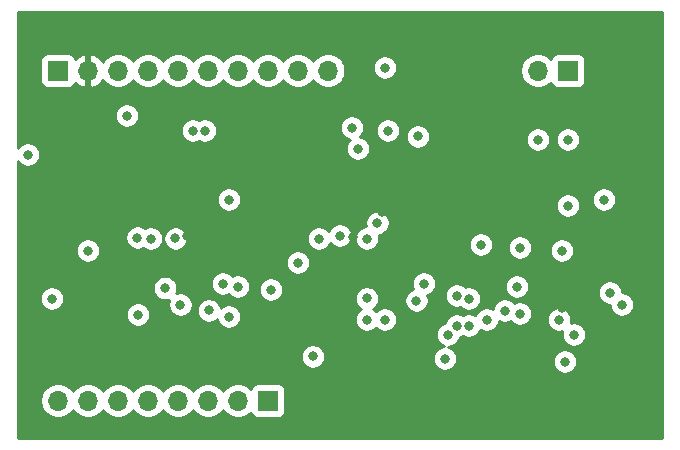
<source format=gbr>
%TF.GenerationSoftware,KiCad,Pcbnew,(5.1.10-1-10_14)*%
%TF.CreationDate,2021-11-15T20:19:36-05:00*%
%TF.ProjectId,interrupts,696e7465-7272-4757-9074-732e6b696361,rev?*%
%TF.SameCoordinates,Original*%
%TF.FileFunction,Copper,L2,Inr*%
%TF.FilePolarity,Positive*%
%FSLAX46Y46*%
G04 Gerber Fmt 4.6, Leading zero omitted, Abs format (unit mm)*
G04 Created by KiCad (PCBNEW (5.1.10-1-10_14)) date 2021-11-15 20:19:36*
%MOMM*%
%LPD*%
G01*
G04 APERTURE LIST*
%TA.AperFunction,ComponentPad*%
%ADD10O,1.700000X1.700000*%
%TD*%
%TA.AperFunction,ComponentPad*%
%ADD11R,1.700000X1.700000*%
%TD*%
%TA.AperFunction,ViaPad*%
%ADD12C,0.800000*%
%TD*%
%TA.AperFunction,Conductor*%
%ADD13C,0.254000*%
%TD*%
%TA.AperFunction,Conductor*%
%ADD14C,0.100000*%
%TD*%
G04 APERTURE END LIST*
D10*
%TO.N,~INT_REQ_1*%
%TO.C,J3*%
X178562000Y-83820000D03*
D11*
%TO.N,~INT_REQ_0*%
X181102000Y-83820000D03*
%TD*%
D10*
%TO.N,/BUS0*%
%TO.C,J2*%
X137922000Y-111760000D03*
%TO.N,/BUS1*%
X140462000Y-111760000D03*
%TO.N,/BUS2*%
X143002000Y-111760000D03*
%TO.N,/BUS3*%
X145542000Y-111760000D03*
%TO.N,/BUS4*%
X148082000Y-111760000D03*
%TO.N,/BUS5*%
X150622000Y-111760000D03*
%TO.N,/BUS6*%
X153162000Y-111760000D03*
D11*
%TO.N,/BUS7*%
X155702000Y-111760000D03*
%TD*%
D10*
%TO.N,~INTCLR0*%
%TO.C,J1*%
X160782000Y-83820000D03*
%TO.N,~INTCLR1*%
X158242000Y-83820000D03*
%TO.N,~INTCLR2*%
X155702000Y-83820000D03*
%TO.N,~INTREQ0*%
X153162000Y-83820000D03*
%TO.N,~INTREQ1*%
X150622000Y-83820000D03*
%TO.N,~INTREQ2*%
X148082000Y-83820000D03*
%TO.N,~LATCH_TIMER_INTERRUPT_DIVISION*%
X145542000Y-83820000D03*
%TO.N,XTAL*%
X143002000Y-83820000D03*
%TO.N,GND*%
X140462000Y-83820000D03*
D11*
%TO.N,VCC*%
X137922000Y-83820000D03*
%TD*%
D12*
%TO.N,GND*%
X186658010Y-104559135D03*
X179070000Y-106680000D03*
X143764000Y-106934000D03*
X146812000Y-96266000D03*
X141859000Y-89027000D03*
X165354000Y-95758000D03*
X156848611Y-108011990D03*
X139954000Y-88392000D03*
X180594000Y-103886000D03*
X172720000Y-100838000D03*
X135636000Y-108204000D03*
X187960000Y-97790000D03*
X183134000Y-102362000D03*
X168910000Y-105156000D03*
X148844000Y-97790000D03*
X142825000Y-102375431D03*
X162941000Y-97917000D03*
X156464000Y-96266000D03*
%TO.N,VCC*%
X178562000Y-89662000D03*
X181102000Y-89662000D03*
X137414000Y-103124000D03*
X143764000Y-87630000D03*
X162814000Y-88646000D03*
X135382000Y-90932000D03*
X180594000Y-99060000D03*
X149352000Y-88900000D03*
X152400000Y-104648000D03*
X165608008Y-104902000D03*
X173736000Y-98552000D03*
X147006946Y-102243892D03*
X160020000Y-98044000D03*
%TO.N,Net-(U7-Pad15)*%
X140462000Y-99060000D03*
X161798000Y-97790000D03*
%TO.N,Net-(U7-Pad14)*%
X159512000Y-108011990D03*
X144700032Y-104478019D03*
%TO.N,Net-(U7-Pad13)*%
X168278611Y-103293979D03*
X148297678Y-103644286D03*
%TO.N,~INT_REQ_1*%
X163322000Y-90424000D03*
X164979944Y-96714384D03*
%TO.N,~INTREQ0*%
X165607996Y-83566000D03*
X184150022Y-94742000D03*
%TO.N,~INTCLR2*%
X150368000Y-88900000D03*
%TO.N,~INTCLR1*%
X152400000Y-94742000D03*
%TO.N,~INTCLR0*%
X181102000Y-95250000D03*
%TO.N,Net-(U6-Pad1)*%
X150694824Y-104116032D03*
X144647043Y-97959979D03*
%TO.N,Net-(U7-Pad19)*%
X145796000Y-98044000D03*
X147874641Y-98035698D03*
%TO.N,Net-(U7-Pad17)*%
X155956000Y-102362000D03*
X153162000Y-102108000D03*
%TO.N,Net-(U7-Pad12)*%
X151892000Y-101854000D03*
X168910000Y-101854000D03*
%TO.N,Net-(U8-Pad13)*%
X164084000Y-104902000D03*
X164084000Y-103101978D03*
%TO.N,Net-(U8-Pad11)*%
X158242000Y-100076000D03*
X164084000Y-98044000D03*
%TO.N,Net-(U10-Pad5)*%
X174244000Y-104902000D03*
X175768000Y-104140000D03*
%TO.N,Net-(U10-Pad13)*%
X171704000Y-102870000D03*
X170688000Y-108204000D03*
%TO.N,Net-(U10-Pad12)*%
X170942000Y-106172000D03*
X172720000Y-103124000D03*
%TO.N,Net-(U10-Pad9)*%
X171704000Y-105410000D03*
X177038000Y-98806000D03*
%TO.N,Net-(U10-Pad10)*%
X172720000Y-105410000D03*
X176784000Y-102108000D03*
%TO.N,Net-(U10-Pad6)*%
X180340000Y-104902000D03*
X177038000Y-104394000D03*
%TO.N,Net-(U10-Pad3)*%
X180848000Y-108458000D03*
X181610000Y-106172000D03*
%TO.N,Net-(U11-Pad10)*%
X184658000Y-102616000D03*
X185674000Y-103632000D03*
%TO.N,~INTREQ2*%
X165862000Y-88900000D03*
X168402000Y-89392013D03*
%TD*%
D13*
%TO.N,GND*%
X189078001Y-114910000D02*
X134518000Y-114910000D01*
X134518000Y-111613740D01*
X136437000Y-111613740D01*
X136437000Y-111906260D01*
X136494068Y-112193158D01*
X136606010Y-112463411D01*
X136768525Y-112706632D01*
X136975368Y-112913475D01*
X137218589Y-113075990D01*
X137488842Y-113187932D01*
X137775740Y-113245000D01*
X138068260Y-113245000D01*
X138355158Y-113187932D01*
X138625411Y-113075990D01*
X138868632Y-112913475D01*
X139075475Y-112706632D01*
X139192000Y-112532240D01*
X139308525Y-112706632D01*
X139515368Y-112913475D01*
X139758589Y-113075990D01*
X140028842Y-113187932D01*
X140315740Y-113245000D01*
X140608260Y-113245000D01*
X140895158Y-113187932D01*
X141165411Y-113075990D01*
X141408632Y-112913475D01*
X141615475Y-112706632D01*
X141732000Y-112532240D01*
X141848525Y-112706632D01*
X142055368Y-112913475D01*
X142298589Y-113075990D01*
X142568842Y-113187932D01*
X142855740Y-113245000D01*
X143148260Y-113245000D01*
X143435158Y-113187932D01*
X143705411Y-113075990D01*
X143948632Y-112913475D01*
X144155475Y-112706632D01*
X144272000Y-112532240D01*
X144388525Y-112706632D01*
X144595368Y-112913475D01*
X144838589Y-113075990D01*
X145108842Y-113187932D01*
X145395740Y-113245000D01*
X145688260Y-113245000D01*
X145975158Y-113187932D01*
X146245411Y-113075990D01*
X146488632Y-112913475D01*
X146695475Y-112706632D01*
X146812000Y-112532240D01*
X146928525Y-112706632D01*
X147135368Y-112913475D01*
X147378589Y-113075990D01*
X147648842Y-113187932D01*
X147935740Y-113245000D01*
X148228260Y-113245000D01*
X148515158Y-113187932D01*
X148785411Y-113075990D01*
X149028632Y-112913475D01*
X149235475Y-112706632D01*
X149352000Y-112532240D01*
X149468525Y-112706632D01*
X149675368Y-112913475D01*
X149918589Y-113075990D01*
X150188842Y-113187932D01*
X150475740Y-113245000D01*
X150768260Y-113245000D01*
X151055158Y-113187932D01*
X151325411Y-113075990D01*
X151568632Y-112913475D01*
X151775475Y-112706632D01*
X151892000Y-112532240D01*
X152008525Y-112706632D01*
X152215368Y-112913475D01*
X152458589Y-113075990D01*
X152728842Y-113187932D01*
X153015740Y-113245000D01*
X153308260Y-113245000D01*
X153595158Y-113187932D01*
X153865411Y-113075990D01*
X154108632Y-112913475D01*
X154240487Y-112781620D01*
X154262498Y-112854180D01*
X154321463Y-112964494D01*
X154400815Y-113061185D01*
X154497506Y-113140537D01*
X154607820Y-113199502D01*
X154727518Y-113235812D01*
X154852000Y-113248072D01*
X156552000Y-113248072D01*
X156676482Y-113235812D01*
X156796180Y-113199502D01*
X156906494Y-113140537D01*
X157003185Y-113061185D01*
X157082537Y-112964494D01*
X157141502Y-112854180D01*
X157177812Y-112734482D01*
X157190072Y-112610000D01*
X157190072Y-110910000D01*
X157177812Y-110785518D01*
X157141502Y-110665820D01*
X157082537Y-110555506D01*
X157003185Y-110458815D01*
X156906494Y-110379463D01*
X156796180Y-110320498D01*
X156676482Y-110284188D01*
X156552000Y-110271928D01*
X154852000Y-110271928D01*
X154727518Y-110284188D01*
X154607820Y-110320498D01*
X154497506Y-110379463D01*
X154400815Y-110458815D01*
X154321463Y-110555506D01*
X154262498Y-110665820D01*
X154240487Y-110738380D01*
X154108632Y-110606525D01*
X153865411Y-110444010D01*
X153595158Y-110332068D01*
X153308260Y-110275000D01*
X153015740Y-110275000D01*
X152728842Y-110332068D01*
X152458589Y-110444010D01*
X152215368Y-110606525D01*
X152008525Y-110813368D01*
X151892000Y-110987760D01*
X151775475Y-110813368D01*
X151568632Y-110606525D01*
X151325411Y-110444010D01*
X151055158Y-110332068D01*
X150768260Y-110275000D01*
X150475740Y-110275000D01*
X150188842Y-110332068D01*
X149918589Y-110444010D01*
X149675368Y-110606525D01*
X149468525Y-110813368D01*
X149352000Y-110987760D01*
X149235475Y-110813368D01*
X149028632Y-110606525D01*
X148785411Y-110444010D01*
X148515158Y-110332068D01*
X148228260Y-110275000D01*
X147935740Y-110275000D01*
X147648842Y-110332068D01*
X147378589Y-110444010D01*
X147135368Y-110606525D01*
X146928525Y-110813368D01*
X146812000Y-110987760D01*
X146695475Y-110813368D01*
X146488632Y-110606525D01*
X146245411Y-110444010D01*
X145975158Y-110332068D01*
X145688260Y-110275000D01*
X145395740Y-110275000D01*
X145108842Y-110332068D01*
X144838589Y-110444010D01*
X144595368Y-110606525D01*
X144388525Y-110813368D01*
X144272000Y-110987760D01*
X144155475Y-110813368D01*
X143948632Y-110606525D01*
X143705411Y-110444010D01*
X143435158Y-110332068D01*
X143148260Y-110275000D01*
X142855740Y-110275000D01*
X142568842Y-110332068D01*
X142298589Y-110444010D01*
X142055368Y-110606525D01*
X141848525Y-110813368D01*
X141732000Y-110987760D01*
X141615475Y-110813368D01*
X141408632Y-110606525D01*
X141165411Y-110444010D01*
X140895158Y-110332068D01*
X140608260Y-110275000D01*
X140315740Y-110275000D01*
X140028842Y-110332068D01*
X139758589Y-110444010D01*
X139515368Y-110606525D01*
X139308525Y-110813368D01*
X139192000Y-110987760D01*
X139075475Y-110813368D01*
X138868632Y-110606525D01*
X138625411Y-110444010D01*
X138355158Y-110332068D01*
X138068260Y-110275000D01*
X137775740Y-110275000D01*
X137488842Y-110332068D01*
X137218589Y-110444010D01*
X136975368Y-110606525D01*
X136768525Y-110813368D01*
X136606010Y-111056589D01*
X136494068Y-111326842D01*
X136437000Y-111613740D01*
X134518000Y-111613740D01*
X134518000Y-107910051D01*
X158477000Y-107910051D01*
X158477000Y-108113929D01*
X158516774Y-108313888D01*
X158594795Y-108502246D01*
X158708063Y-108671764D01*
X158852226Y-108815927D01*
X159021744Y-108929195D01*
X159210102Y-109007216D01*
X159410061Y-109046990D01*
X159613939Y-109046990D01*
X159813898Y-109007216D01*
X160002256Y-108929195D01*
X160171774Y-108815927D01*
X160315937Y-108671764D01*
X160429205Y-108502246D01*
X160507226Y-108313888D01*
X160547000Y-108113929D01*
X160547000Y-108102061D01*
X169653000Y-108102061D01*
X169653000Y-108305939D01*
X169692774Y-108505898D01*
X169770795Y-108694256D01*
X169884063Y-108863774D01*
X170028226Y-109007937D01*
X170197744Y-109121205D01*
X170386102Y-109199226D01*
X170586061Y-109239000D01*
X170789939Y-109239000D01*
X170989898Y-109199226D01*
X171178256Y-109121205D01*
X171347774Y-109007937D01*
X171491937Y-108863774D01*
X171605205Y-108694256D01*
X171683226Y-108505898D01*
X171713030Y-108356061D01*
X179813000Y-108356061D01*
X179813000Y-108559939D01*
X179852774Y-108759898D01*
X179930795Y-108948256D01*
X180044063Y-109117774D01*
X180188226Y-109261937D01*
X180357744Y-109375205D01*
X180546102Y-109453226D01*
X180746061Y-109493000D01*
X180949939Y-109493000D01*
X181149898Y-109453226D01*
X181338256Y-109375205D01*
X181507774Y-109261937D01*
X181651937Y-109117774D01*
X181765205Y-108948256D01*
X181843226Y-108759898D01*
X181883000Y-108559939D01*
X181883000Y-108356061D01*
X181843226Y-108156102D01*
X181765205Y-107967744D01*
X181651937Y-107798226D01*
X181507774Y-107654063D01*
X181338256Y-107540795D01*
X181149898Y-107462774D01*
X180949939Y-107423000D01*
X180746061Y-107423000D01*
X180546102Y-107462774D01*
X180357744Y-107540795D01*
X180188226Y-107654063D01*
X180044063Y-107798226D01*
X179930795Y-107967744D01*
X179852774Y-108156102D01*
X179813000Y-108356061D01*
X171713030Y-108356061D01*
X171723000Y-108305939D01*
X171723000Y-108102061D01*
X171683226Y-107902102D01*
X171605205Y-107713744D01*
X171491937Y-107544226D01*
X171347774Y-107400063D01*
X171178256Y-107286795D01*
X170989898Y-107208774D01*
X170980979Y-107207000D01*
X171043939Y-107207000D01*
X171243898Y-107167226D01*
X171432256Y-107089205D01*
X171601774Y-106975937D01*
X171745937Y-106831774D01*
X171859205Y-106662256D01*
X171937226Y-106473898D01*
X171948619Y-106416619D01*
X172005898Y-106405226D01*
X172194256Y-106327205D01*
X172212000Y-106315349D01*
X172229744Y-106327205D01*
X172418102Y-106405226D01*
X172618061Y-106445000D01*
X172821939Y-106445000D01*
X173021898Y-106405226D01*
X173210256Y-106327205D01*
X173379774Y-106213937D01*
X173523937Y-106069774D01*
X173637205Y-105900256D01*
X173688763Y-105775786D01*
X173753744Y-105819205D01*
X173942102Y-105897226D01*
X174142061Y-105937000D01*
X174345939Y-105937000D01*
X174545898Y-105897226D01*
X174734256Y-105819205D01*
X174903774Y-105705937D01*
X175047937Y-105561774D01*
X175161205Y-105392256D01*
X175239226Y-105203898D01*
X175269500Y-105051697D01*
X175277744Y-105057205D01*
X175466102Y-105135226D01*
X175666061Y-105175000D01*
X175869939Y-105175000D01*
X176069898Y-105135226D01*
X176243575Y-105063286D01*
X176378226Y-105197937D01*
X176547744Y-105311205D01*
X176736102Y-105389226D01*
X176936061Y-105429000D01*
X177139939Y-105429000D01*
X177339898Y-105389226D01*
X177528256Y-105311205D01*
X177697774Y-105197937D01*
X177841937Y-105053774D01*
X177955205Y-104884256D01*
X177990079Y-104800061D01*
X179305000Y-104800061D01*
X179305000Y-105003939D01*
X179344774Y-105203898D01*
X179422795Y-105392256D01*
X179536063Y-105561774D01*
X179680226Y-105705937D01*
X179849744Y-105819205D01*
X180038102Y-105897226D01*
X180238061Y-105937000D01*
X180441939Y-105937000D01*
X180608039Y-105903961D01*
X180575000Y-106070061D01*
X180575000Y-106273939D01*
X180614774Y-106473898D01*
X180692795Y-106662256D01*
X180806063Y-106831774D01*
X180950226Y-106975937D01*
X181119744Y-107089205D01*
X181308102Y-107167226D01*
X181508061Y-107207000D01*
X181711939Y-107207000D01*
X181911898Y-107167226D01*
X182100256Y-107089205D01*
X182269774Y-106975937D01*
X182413937Y-106831774D01*
X182527205Y-106662256D01*
X182605226Y-106473898D01*
X182645000Y-106273939D01*
X182645000Y-106070061D01*
X182605226Y-105870102D01*
X182527205Y-105681744D01*
X182413937Y-105512226D01*
X182269774Y-105368063D01*
X182100256Y-105254795D01*
X181911898Y-105176774D01*
X181711939Y-105137000D01*
X181508061Y-105137000D01*
X181341961Y-105170039D01*
X181375000Y-105003939D01*
X181375000Y-104800061D01*
X181335226Y-104600102D01*
X181257205Y-104411744D01*
X181143937Y-104242226D01*
X180999774Y-104098063D01*
X180830256Y-103984795D01*
X180641898Y-103906774D01*
X180441939Y-103867000D01*
X180238061Y-103867000D01*
X180038102Y-103906774D01*
X179849744Y-103984795D01*
X179680226Y-104098063D01*
X179536063Y-104242226D01*
X179422795Y-104411744D01*
X179344774Y-104600102D01*
X179305000Y-104800061D01*
X177990079Y-104800061D01*
X178033226Y-104695898D01*
X178073000Y-104495939D01*
X178073000Y-104292061D01*
X178033226Y-104092102D01*
X177955205Y-103903744D01*
X177841937Y-103734226D01*
X177697774Y-103590063D01*
X177528256Y-103476795D01*
X177339898Y-103398774D01*
X177139939Y-103359000D01*
X176936061Y-103359000D01*
X176736102Y-103398774D01*
X176562425Y-103470714D01*
X176427774Y-103336063D01*
X176258256Y-103222795D01*
X176069898Y-103144774D01*
X175869939Y-103105000D01*
X175666061Y-103105000D01*
X175466102Y-103144774D01*
X175277744Y-103222795D01*
X175108226Y-103336063D01*
X174964063Y-103480226D01*
X174850795Y-103649744D01*
X174772774Y-103838102D01*
X174742500Y-103990303D01*
X174734256Y-103984795D01*
X174545898Y-103906774D01*
X174345939Y-103867000D01*
X174142061Y-103867000D01*
X173942102Y-103906774D01*
X173753744Y-103984795D01*
X173584226Y-104098063D01*
X173440063Y-104242226D01*
X173326795Y-104411744D01*
X173275237Y-104536214D01*
X173210256Y-104492795D01*
X173021898Y-104414774D01*
X172821939Y-104375000D01*
X172618061Y-104375000D01*
X172418102Y-104414774D01*
X172229744Y-104492795D01*
X172212000Y-104504651D01*
X172194256Y-104492795D01*
X172005898Y-104414774D01*
X171805939Y-104375000D01*
X171602061Y-104375000D01*
X171402102Y-104414774D01*
X171213744Y-104492795D01*
X171044226Y-104606063D01*
X170900063Y-104750226D01*
X170786795Y-104919744D01*
X170708774Y-105108102D01*
X170697381Y-105165381D01*
X170640102Y-105176774D01*
X170451744Y-105254795D01*
X170282226Y-105368063D01*
X170138063Y-105512226D01*
X170024795Y-105681744D01*
X169946774Y-105870102D01*
X169907000Y-106070061D01*
X169907000Y-106273939D01*
X169946774Y-106473898D01*
X170024795Y-106662256D01*
X170138063Y-106831774D01*
X170282226Y-106975937D01*
X170451744Y-107089205D01*
X170640102Y-107167226D01*
X170649021Y-107169000D01*
X170586061Y-107169000D01*
X170386102Y-107208774D01*
X170197744Y-107286795D01*
X170028226Y-107400063D01*
X169884063Y-107544226D01*
X169770795Y-107713744D01*
X169692774Y-107902102D01*
X169653000Y-108102061D01*
X160547000Y-108102061D01*
X160547000Y-107910051D01*
X160507226Y-107710092D01*
X160429205Y-107521734D01*
X160315937Y-107352216D01*
X160171774Y-107208053D01*
X160002256Y-107094785D01*
X159813898Y-107016764D01*
X159613939Y-106976990D01*
X159410061Y-106976990D01*
X159210102Y-107016764D01*
X159021744Y-107094785D01*
X158852226Y-107208053D01*
X158708063Y-107352216D01*
X158594795Y-107521734D01*
X158516774Y-107710092D01*
X158477000Y-107910051D01*
X134518000Y-107910051D01*
X134518000Y-104376080D01*
X143665032Y-104376080D01*
X143665032Y-104579958D01*
X143704806Y-104779917D01*
X143782827Y-104968275D01*
X143896095Y-105137793D01*
X144040258Y-105281956D01*
X144209776Y-105395224D01*
X144398134Y-105473245D01*
X144598093Y-105513019D01*
X144801971Y-105513019D01*
X145001930Y-105473245D01*
X145190288Y-105395224D01*
X145359806Y-105281956D01*
X145503969Y-105137793D01*
X145617237Y-104968275D01*
X145695258Y-104779917D01*
X145735032Y-104579958D01*
X145735032Y-104376080D01*
X145695258Y-104176121D01*
X145617237Y-103987763D01*
X145503969Y-103818245D01*
X145359806Y-103674082D01*
X145190288Y-103560814D01*
X145001930Y-103482793D01*
X144801971Y-103443019D01*
X144598093Y-103443019D01*
X144398134Y-103482793D01*
X144209776Y-103560814D01*
X144040258Y-103674082D01*
X143896095Y-103818245D01*
X143782827Y-103987763D01*
X143704806Y-104176121D01*
X143665032Y-104376080D01*
X134518000Y-104376080D01*
X134518000Y-103022061D01*
X136379000Y-103022061D01*
X136379000Y-103225939D01*
X136418774Y-103425898D01*
X136496795Y-103614256D01*
X136610063Y-103783774D01*
X136754226Y-103927937D01*
X136923744Y-104041205D01*
X137112102Y-104119226D01*
X137312061Y-104159000D01*
X137515939Y-104159000D01*
X137715898Y-104119226D01*
X137904256Y-104041205D01*
X138073774Y-103927937D01*
X138217937Y-103783774D01*
X138331205Y-103614256D01*
X138409226Y-103425898D01*
X138449000Y-103225939D01*
X138449000Y-103022061D01*
X138409226Y-102822102D01*
X138331205Y-102633744D01*
X138217937Y-102464226D01*
X138073774Y-102320063D01*
X137904256Y-102206795D01*
X137747715Y-102141953D01*
X145971946Y-102141953D01*
X145971946Y-102345831D01*
X146011720Y-102545790D01*
X146089741Y-102734148D01*
X146203009Y-102903666D01*
X146347172Y-103047829D01*
X146516690Y-103161097D01*
X146705048Y-103239118D01*
X146905007Y-103278892D01*
X147108885Y-103278892D01*
X147308844Y-103239118D01*
X147352764Y-103220926D01*
X147302452Y-103342388D01*
X147262678Y-103542347D01*
X147262678Y-103746225D01*
X147302452Y-103946184D01*
X147380473Y-104134542D01*
X147493741Y-104304060D01*
X147637904Y-104448223D01*
X147807422Y-104561491D01*
X147995780Y-104639512D01*
X148195739Y-104679286D01*
X148399617Y-104679286D01*
X148599576Y-104639512D01*
X148787934Y-104561491D01*
X148957452Y-104448223D01*
X149101615Y-104304060D01*
X149214883Y-104134542D01*
X149264774Y-104014093D01*
X149659824Y-104014093D01*
X149659824Y-104217971D01*
X149699598Y-104417930D01*
X149777619Y-104606288D01*
X149890887Y-104775806D01*
X150035050Y-104919969D01*
X150204568Y-105033237D01*
X150392926Y-105111258D01*
X150592885Y-105151032D01*
X150796763Y-105151032D01*
X150996722Y-105111258D01*
X151185080Y-105033237D01*
X151354598Y-104919969D01*
X151391484Y-104883083D01*
X151404774Y-104949898D01*
X151482795Y-105138256D01*
X151596063Y-105307774D01*
X151740226Y-105451937D01*
X151909744Y-105565205D01*
X152098102Y-105643226D01*
X152298061Y-105683000D01*
X152501939Y-105683000D01*
X152701898Y-105643226D01*
X152890256Y-105565205D01*
X153059774Y-105451937D01*
X153203937Y-105307774D01*
X153317205Y-105138256D01*
X153395226Y-104949898D01*
X153435000Y-104749939D01*
X153435000Y-104546061D01*
X153395226Y-104346102D01*
X153317205Y-104157744D01*
X153203937Y-103988226D01*
X153059774Y-103844063D01*
X152890256Y-103730795D01*
X152701898Y-103652774D01*
X152501939Y-103613000D01*
X152298061Y-103613000D01*
X152098102Y-103652774D01*
X151909744Y-103730795D01*
X151740226Y-103844063D01*
X151703340Y-103880949D01*
X151690050Y-103814134D01*
X151612029Y-103625776D01*
X151498761Y-103456258D01*
X151354598Y-103312095D01*
X151185080Y-103198827D01*
X150996722Y-103120806D01*
X150796763Y-103081032D01*
X150592885Y-103081032D01*
X150392926Y-103120806D01*
X150204568Y-103198827D01*
X150035050Y-103312095D01*
X149890887Y-103456258D01*
X149777619Y-103625776D01*
X149699598Y-103814134D01*
X149659824Y-104014093D01*
X149264774Y-104014093D01*
X149292904Y-103946184D01*
X149332678Y-103746225D01*
X149332678Y-103542347D01*
X149292904Y-103342388D01*
X149214883Y-103154030D01*
X149101615Y-102984512D01*
X148957452Y-102840349D01*
X148787934Y-102727081D01*
X148599576Y-102649060D01*
X148399617Y-102609286D01*
X148195739Y-102609286D01*
X147995780Y-102649060D01*
X147951860Y-102667252D01*
X148002172Y-102545790D01*
X148041946Y-102345831D01*
X148041946Y-102141953D01*
X148002172Y-101941994D01*
X147924151Y-101753636D01*
X147923099Y-101752061D01*
X150857000Y-101752061D01*
X150857000Y-101955939D01*
X150896774Y-102155898D01*
X150974795Y-102344256D01*
X151088063Y-102513774D01*
X151232226Y-102657937D01*
X151401744Y-102771205D01*
X151590102Y-102849226D01*
X151790061Y-102889000D01*
X151993939Y-102889000D01*
X152193898Y-102849226D01*
X152367575Y-102777286D01*
X152502226Y-102911937D01*
X152671744Y-103025205D01*
X152860102Y-103103226D01*
X153060061Y-103143000D01*
X153263939Y-103143000D01*
X153463898Y-103103226D01*
X153652256Y-103025205D01*
X153821774Y-102911937D01*
X153965937Y-102767774D01*
X154079205Y-102598256D01*
X154157226Y-102409898D01*
X154187030Y-102260061D01*
X154921000Y-102260061D01*
X154921000Y-102463939D01*
X154960774Y-102663898D01*
X155038795Y-102852256D01*
X155152063Y-103021774D01*
X155296226Y-103165937D01*
X155465744Y-103279205D01*
X155654102Y-103357226D01*
X155854061Y-103397000D01*
X156057939Y-103397000D01*
X156257898Y-103357226D01*
X156446256Y-103279205D01*
X156615774Y-103165937D01*
X156759937Y-103021774D01*
X156774459Y-103000039D01*
X163049000Y-103000039D01*
X163049000Y-103203917D01*
X163088774Y-103403876D01*
X163166795Y-103592234D01*
X163280063Y-103761752D01*
X163424226Y-103905915D01*
X163568011Y-104001989D01*
X163424226Y-104098063D01*
X163280063Y-104242226D01*
X163166795Y-104411744D01*
X163088774Y-104600102D01*
X163049000Y-104800061D01*
X163049000Y-105003939D01*
X163088774Y-105203898D01*
X163166795Y-105392256D01*
X163280063Y-105561774D01*
X163424226Y-105705937D01*
X163593744Y-105819205D01*
X163782102Y-105897226D01*
X163982061Y-105937000D01*
X164185939Y-105937000D01*
X164385898Y-105897226D01*
X164574256Y-105819205D01*
X164743774Y-105705937D01*
X164846004Y-105603707D01*
X164948234Y-105705937D01*
X165117752Y-105819205D01*
X165306110Y-105897226D01*
X165506069Y-105937000D01*
X165709947Y-105937000D01*
X165909906Y-105897226D01*
X166098264Y-105819205D01*
X166267782Y-105705937D01*
X166411945Y-105561774D01*
X166525213Y-105392256D01*
X166603234Y-105203898D01*
X166643008Y-105003939D01*
X166643008Y-104800061D01*
X166603234Y-104600102D01*
X166525213Y-104411744D01*
X166411945Y-104242226D01*
X166267782Y-104098063D01*
X166098264Y-103984795D01*
X165909906Y-103906774D01*
X165709947Y-103867000D01*
X165506069Y-103867000D01*
X165306110Y-103906774D01*
X165117752Y-103984795D01*
X164948234Y-104098063D01*
X164846004Y-104200293D01*
X164743774Y-104098063D01*
X164599989Y-104001989D01*
X164743774Y-103905915D01*
X164887937Y-103761752D01*
X165001205Y-103592234D01*
X165079226Y-103403876D01*
X165119000Y-103203917D01*
X165119000Y-103192040D01*
X167243611Y-103192040D01*
X167243611Y-103395918D01*
X167283385Y-103595877D01*
X167361406Y-103784235D01*
X167474674Y-103953753D01*
X167618837Y-104097916D01*
X167788355Y-104211184D01*
X167976713Y-104289205D01*
X168176672Y-104328979D01*
X168380550Y-104328979D01*
X168580509Y-104289205D01*
X168768867Y-104211184D01*
X168938385Y-104097916D01*
X169082548Y-103953753D01*
X169195816Y-103784235D01*
X169273837Y-103595877D01*
X169313611Y-103395918D01*
X169313611Y-103192040D01*
X169273837Y-102992081D01*
X169214259Y-102848248D01*
X169400256Y-102771205D01*
X169404961Y-102768061D01*
X170669000Y-102768061D01*
X170669000Y-102971939D01*
X170708774Y-103171898D01*
X170786795Y-103360256D01*
X170900063Y-103529774D01*
X171044226Y-103673937D01*
X171213744Y-103787205D01*
X171402102Y-103865226D01*
X171602061Y-103905000D01*
X171805939Y-103905000D01*
X171998906Y-103866617D01*
X172060226Y-103927937D01*
X172229744Y-104041205D01*
X172418102Y-104119226D01*
X172618061Y-104159000D01*
X172821939Y-104159000D01*
X173021898Y-104119226D01*
X173210256Y-104041205D01*
X173379774Y-103927937D01*
X173523937Y-103783774D01*
X173637205Y-103614256D01*
X173715226Y-103425898D01*
X173755000Y-103225939D01*
X173755000Y-103022061D01*
X173715226Y-102822102D01*
X173637205Y-102633744D01*
X173523937Y-102464226D01*
X173379774Y-102320063D01*
X173210256Y-102206795D01*
X173021898Y-102128774D01*
X172821939Y-102089000D01*
X172618061Y-102089000D01*
X172425094Y-102127383D01*
X172363774Y-102066063D01*
X172273975Y-102006061D01*
X175749000Y-102006061D01*
X175749000Y-102209939D01*
X175788774Y-102409898D01*
X175866795Y-102598256D01*
X175980063Y-102767774D01*
X176124226Y-102911937D01*
X176293744Y-103025205D01*
X176482102Y-103103226D01*
X176682061Y-103143000D01*
X176885939Y-103143000D01*
X177085898Y-103103226D01*
X177274256Y-103025205D01*
X177443774Y-102911937D01*
X177587937Y-102767774D01*
X177701205Y-102598256D01*
X177736079Y-102514061D01*
X183623000Y-102514061D01*
X183623000Y-102717939D01*
X183662774Y-102917898D01*
X183740795Y-103106256D01*
X183854063Y-103275774D01*
X183998226Y-103419937D01*
X184167744Y-103533205D01*
X184356102Y-103611226D01*
X184556061Y-103651000D01*
X184639000Y-103651000D01*
X184639000Y-103733939D01*
X184678774Y-103933898D01*
X184756795Y-104122256D01*
X184870063Y-104291774D01*
X185014226Y-104435937D01*
X185183744Y-104549205D01*
X185372102Y-104627226D01*
X185572061Y-104667000D01*
X185775939Y-104667000D01*
X185975898Y-104627226D01*
X186164256Y-104549205D01*
X186333774Y-104435937D01*
X186477937Y-104291774D01*
X186591205Y-104122256D01*
X186669226Y-103933898D01*
X186709000Y-103733939D01*
X186709000Y-103530061D01*
X186669226Y-103330102D01*
X186591205Y-103141744D01*
X186477937Y-102972226D01*
X186333774Y-102828063D01*
X186164256Y-102714795D01*
X185975898Y-102636774D01*
X185775939Y-102597000D01*
X185693000Y-102597000D01*
X185693000Y-102514061D01*
X185653226Y-102314102D01*
X185575205Y-102125744D01*
X185461937Y-101956226D01*
X185317774Y-101812063D01*
X185148256Y-101698795D01*
X184959898Y-101620774D01*
X184759939Y-101581000D01*
X184556061Y-101581000D01*
X184356102Y-101620774D01*
X184167744Y-101698795D01*
X183998226Y-101812063D01*
X183854063Y-101956226D01*
X183740795Y-102125744D01*
X183662774Y-102314102D01*
X183623000Y-102514061D01*
X177736079Y-102514061D01*
X177779226Y-102409898D01*
X177819000Y-102209939D01*
X177819000Y-102006061D01*
X177779226Y-101806102D01*
X177701205Y-101617744D01*
X177587937Y-101448226D01*
X177443774Y-101304063D01*
X177274256Y-101190795D01*
X177085898Y-101112774D01*
X176885939Y-101073000D01*
X176682061Y-101073000D01*
X176482102Y-101112774D01*
X176293744Y-101190795D01*
X176124226Y-101304063D01*
X175980063Y-101448226D01*
X175866795Y-101617744D01*
X175788774Y-101806102D01*
X175749000Y-102006061D01*
X172273975Y-102006061D01*
X172194256Y-101952795D01*
X172005898Y-101874774D01*
X171805939Y-101835000D01*
X171602061Y-101835000D01*
X171402102Y-101874774D01*
X171213744Y-101952795D01*
X171044226Y-102066063D01*
X170900063Y-102210226D01*
X170786795Y-102379744D01*
X170708774Y-102568102D01*
X170669000Y-102768061D01*
X169404961Y-102768061D01*
X169569774Y-102657937D01*
X169713937Y-102513774D01*
X169827205Y-102344256D01*
X169905226Y-102155898D01*
X169945000Y-101955939D01*
X169945000Y-101752061D01*
X169905226Y-101552102D01*
X169827205Y-101363744D01*
X169713937Y-101194226D01*
X169569774Y-101050063D01*
X169400256Y-100936795D01*
X169211898Y-100858774D01*
X169011939Y-100819000D01*
X168808061Y-100819000D01*
X168608102Y-100858774D01*
X168419744Y-100936795D01*
X168250226Y-101050063D01*
X168106063Y-101194226D01*
X167992795Y-101363744D01*
X167914774Y-101552102D01*
X167875000Y-101752061D01*
X167875000Y-101955939D01*
X167914774Y-102155898D01*
X167974352Y-102299731D01*
X167788355Y-102376774D01*
X167618837Y-102490042D01*
X167474674Y-102634205D01*
X167361406Y-102803723D01*
X167283385Y-102992081D01*
X167243611Y-103192040D01*
X165119000Y-103192040D01*
X165119000Y-103000039D01*
X165079226Y-102800080D01*
X165001205Y-102611722D01*
X164887937Y-102442204D01*
X164743774Y-102298041D01*
X164574256Y-102184773D01*
X164385898Y-102106752D01*
X164185939Y-102066978D01*
X163982061Y-102066978D01*
X163782102Y-102106752D01*
X163593744Y-102184773D01*
X163424226Y-102298041D01*
X163280063Y-102442204D01*
X163166795Y-102611722D01*
X163088774Y-102800080D01*
X163049000Y-103000039D01*
X156774459Y-103000039D01*
X156873205Y-102852256D01*
X156951226Y-102663898D01*
X156991000Y-102463939D01*
X156991000Y-102260061D01*
X156951226Y-102060102D01*
X156873205Y-101871744D01*
X156759937Y-101702226D01*
X156615774Y-101558063D01*
X156446256Y-101444795D01*
X156257898Y-101366774D01*
X156057939Y-101327000D01*
X155854061Y-101327000D01*
X155654102Y-101366774D01*
X155465744Y-101444795D01*
X155296226Y-101558063D01*
X155152063Y-101702226D01*
X155038795Y-101871744D01*
X154960774Y-102060102D01*
X154921000Y-102260061D01*
X154187030Y-102260061D01*
X154197000Y-102209939D01*
X154197000Y-102006061D01*
X154157226Y-101806102D01*
X154079205Y-101617744D01*
X153965937Y-101448226D01*
X153821774Y-101304063D01*
X153652256Y-101190795D01*
X153463898Y-101112774D01*
X153263939Y-101073000D01*
X153060061Y-101073000D01*
X152860102Y-101112774D01*
X152686425Y-101184714D01*
X152551774Y-101050063D01*
X152382256Y-100936795D01*
X152193898Y-100858774D01*
X151993939Y-100819000D01*
X151790061Y-100819000D01*
X151590102Y-100858774D01*
X151401744Y-100936795D01*
X151232226Y-101050063D01*
X151088063Y-101194226D01*
X150974795Y-101363744D01*
X150896774Y-101552102D01*
X150857000Y-101752061D01*
X147923099Y-101752061D01*
X147810883Y-101584118D01*
X147666720Y-101439955D01*
X147497202Y-101326687D01*
X147308844Y-101248666D01*
X147108885Y-101208892D01*
X146905007Y-101208892D01*
X146705048Y-101248666D01*
X146516690Y-101326687D01*
X146347172Y-101439955D01*
X146203009Y-101584118D01*
X146089741Y-101753636D01*
X146011720Y-101941994D01*
X145971946Y-102141953D01*
X137747715Y-102141953D01*
X137715898Y-102128774D01*
X137515939Y-102089000D01*
X137312061Y-102089000D01*
X137112102Y-102128774D01*
X136923744Y-102206795D01*
X136754226Y-102320063D01*
X136610063Y-102464226D01*
X136496795Y-102633744D01*
X136418774Y-102822102D01*
X136379000Y-103022061D01*
X134518000Y-103022061D01*
X134518000Y-98958061D01*
X139427000Y-98958061D01*
X139427000Y-99161939D01*
X139466774Y-99361898D01*
X139544795Y-99550256D01*
X139658063Y-99719774D01*
X139802226Y-99863937D01*
X139971744Y-99977205D01*
X140160102Y-100055226D01*
X140360061Y-100095000D01*
X140563939Y-100095000D01*
X140763898Y-100055226D01*
X140952256Y-99977205D01*
X140956961Y-99974061D01*
X157207000Y-99974061D01*
X157207000Y-100177939D01*
X157246774Y-100377898D01*
X157324795Y-100566256D01*
X157438063Y-100735774D01*
X157582226Y-100879937D01*
X157751744Y-100993205D01*
X157940102Y-101071226D01*
X158140061Y-101111000D01*
X158343939Y-101111000D01*
X158543898Y-101071226D01*
X158732256Y-100993205D01*
X158901774Y-100879937D01*
X159045937Y-100735774D01*
X159159205Y-100566256D01*
X159237226Y-100377898D01*
X159277000Y-100177939D01*
X159277000Y-99974061D01*
X159237226Y-99774102D01*
X159159205Y-99585744D01*
X159045937Y-99416226D01*
X158901774Y-99272063D01*
X158732256Y-99158795D01*
X158543898Y-99080774D01*
X158343939Y-99041000D01*
X158140061Y-99041000D01*
X157940102Y-99080774D01*
X157751744Y-99158795D01*
X157582226Y-99272063D01*
X157438063Y-99416226D01*
X157324795Y-99585744D01*
X157246774Y-99774102D01*
X157207000Y-99974061D01*
X140956961Y-99974061D01*
X141121774Y-99863937D01*
X141265937Y-99719774D01*
X141379205Y-99550256D01*
X141457226Y-99361898D01*
X141497000Y-99161939D01*
X141497000Y-98958061D01*
X141457226Y-98758102D01*
X141379205Y-98569744D01*
X141265937Y-98400226D01*
X141121774Y-98256063D01*
X140952256Y-98142795D01*
X140763898Y-98064774D01*
X140563939Y-98025000D01*
X140360061Y-98025000D01*
X140160102Y-98064774D01*
X139971744Y-98142795D01*
X139802226Y-98256063D01*
X139658063Y-98400226D01*
X139544795Y-98569744D01*
X139466774Y-98758102D01*
X139427000Y-98958061D01*
X134518000Y-98958061D01*
X134518000Y-97858040D01*
X143612043Y-97858040D01*
X143612043Y-98061918D01*
X143651817Y-98261877D01*
X143729838Y-98450235D01*
X143843106Y-98619753D01*
X143987269Y-98763916D01*
X144156787Y-98877184D01*
X144345145Y-98955205D01*
X144545104Y-98994979D01*
X144748982Y-98994979D01*
X144948941Y-98955205D01*
X145137299Y-98877184D01*
X145158648Y-98862919D01*
X145305744Y-98961205D01*
X145494102Y-99039226D01*
X145694061Y-99079000D01*
X145897939Y-99079000D01*
X146097898Y-99039226D01*
X146286256Y-98961205D01*
X146455774Y-98847937D01*
X146599937Y-98703774D01*
X146713205Y-98534256D01*
X146791226Y-98345898D01*
X146831000Y-98145939D01*
X146831000Y-97942061D01*
X146829349Y-97933759D01*
X146839641Y-97933759D01*
X146839641Y-98137637D01*
X146879415Y-98337596D01*
X146957436Y-98525954D01*
X147070704Y-98695472D01*
X147214867Y-98839635D01*
X147384385Y-98952903D01*
X147572743Y-99030924D01*
X147772702Y-99070698D01*
X147976580Y-99070698D01*
X148176539Y-99030924D01*
X148364897Y-98952903D01*
X148534415Y-98839635D01*
X148678578Y-98695472D01*
X148791846Y-98525954D01*
X148869867Y-98337596D01*
X148909641Y-98137637D01*
X148909641Y-97942061D01*
X158985000Y-97942061D01*
X158985000Y-98145939D01*
X159024774Y-98345898D01*
X159102795Y-98534256D01*
X159216063Y-98703774D01*
X159360226Y-98847937D01*
X159529744Y-98961205D01*
X159718102Y-99039226D01*
X159918061Y-99079000D01*
X160121939Y-99079000D01*
X160321898Y-99039226D01*
X160510256Y-98961205D01*
X160679774Y-98847937D01*
X160823937Y-98703774D01*
X160937205Y-98534256D01*
X160980566Y-98429574D01*
X160994063Y-98449774D01*
X161138226Y-98593937D01*
X161307744Y-98707205D01*
X161496102Y-98785226D01*
X161696061Y-98825000D01*
X161899939Y-98825000D01*
X162099898Y-98785226D01*
X162288256Y-98707205D01*
X162457774Y-98593937D01*
X162601937Y-98449774D01*
X162715205Y-98280256D01*
X162793226Y-98091898D01*
X162823030Y-97942061D01*
X163049000Y-97942061D01*
X163049000Y-98145939D01*
X163088774Y-98345898D01*
X163166795Y-98534256D01*
X163280063Y-98703774D01*
X163424226Y-98847937D01*
X163593744Y-98961205D01*
X163782102Y-99039226D01*
X163982061Y-99079000D01*
X164185939Y-99079000D01*
X164385898Y-99039226D01*
X164574256Y-98961205D01*
X164743774Y-98847937D01*
X164887937Y-98703774D01*
X165001205Y-98534256D01*
X165036079Y-98450061D01*
X172701000Y-98450061D01*
X172701000Y-98653939D01*
X172740774Y-98853898D01*
X172818795Y-99042256D01*
X172932063Y-99211774D01*
X173076226Y-99355937D01*
X173245744Y-99469205D01*
X173434102Y-99547226D01*
X173634061Y-99587000D01*
X173837939Y-99587000D01*
X174037898Y-99547226D01*
X174226256Y-99469205D01*
X174395774Y-99355937D01*
X174539937Y-99211774D01*
X174653205Y-99042256D01*
X174731226Y-98853898D01*
X174761030Y-98704061D01*
X176003000Y-98704061D01*
X176003000Y-98907939D01*
X176042774Y-99107898D01*
X176120795Y-99296256D01*
X176234063Y-99465774D01*
X176378226Y-99609937D01*
X176547744Y-99723205D01*
X176736102Y-99801226D01*
X176936061Y-99841000D01*
X177139939Y-99841000D01*
X177339898Y-99801226D01*
X177528256Y-99723205D01*
X177697774Y-99609937D01*
X177841937Y-99465774D01*
X177955205Y-99296256D01*
X178033226Y-99107898D01*
X178063030Y-98958061D01*
X179559000Y-98958061D01*
X179559000Y-99161939D01*
X179598774Y-99361898D01*
X179676795Y-99550256D01*
X179790063Y-99719774D01*
X179934226Y-99863937D01*
X180103744Y-99977205D01*
X180292102Y-100055226D01*
X180492061Y-100095000D01*
X180695939Y-100095000D01*
X180895898Y-100055226D01*
X181084256Y-99977205D01*
X181253774Y-99863937D01*
X181397937Y-99719774D01*
X181511205Y-99550256D01*
X181589226Y-99361898D01*
X181629000Y-99161939D01*
X181629000Y-98958061D01*
X181589226Y-98758102D01*
X181511205Y-98569744D01*
X181397937Y-98400226D01*
X181253774Y-98256063D01*
X181084256Y-98142795D01*
X180895898Y-98064774D01*
X180695939Y-98025000D01*
X180492061Y-98025000D01*
X180292102Y-98064774D01*
X180103744Y-98142795D01*
X179934226Y-98256063D01*
X179790063Y-98400226D01*
X179676795Y-98569744D01*
X179598774Y-98758102D01*
X179559000Y-98958061D01*
X178063030Y-98958061D01*
X178073000Y-98907939D01*
X178073000Y-98704061D01*
X178033226Y-98504102D01*
X177955205Y-98315744D01*
X177841937Y-98146226D01*
X177697774Y-98002063D01*
X177528256Y-97888795D01*
X177339898Y-97810774D01*
X177139939Y-97771000D01*
X176936061Y-97771000D01*
X176736102Y-97810774D01*
X176547744Y-97888795D01*
X176378226Y-98002063D01*
X176234063Y-98146226D01*
X176120795Y-98315744D01*
X176042774Y-98504102D01*
X176003000Y-98704061D01*
X174761030Y-98704061D01*
X174771000Y-98653939D01*
X174771000Y-98450061D01*
X174731226Y-98250102D01*
X174653205Y-98061744D01*
X174539937Y-97892226D01*
X174395774Y-97748063D01*
X174226256Y-97634795D01*
X174037898Y-97556774D01*
X173837939Y-97517000D01*
X173634061Y-97517000D01*
X173434102Y-97556774D01*
X173245744Y-97634795D01*
X173076226Y-97748063D01*
X172932063Y-97892226D01*
X172818795Y-98061744D01*
X172740774Y-98250102D01*
X172701000Y-98450061D01*
X165036079Y-98450061D01*
X165079226Y-98345898D01*
X165119000Y-98145939D01*
X165119000Y-97942061D01*
X165080674Y-97749384D01*
X165081883Y-97749384D01*
X165281842Y-97709610D01*
X165470200Y-97631589D01*
X165639718Y-97518321D01*
X165783881Y-97374158D01*
X165897149Y-97204640D01*
X165975170Y-97016282D01*
X166014944Y-96816323D01*
X166014944Y-96612445D01*
X165975170Y-96412486D01*
X165897149Y-96224128D01*
X165783881Y-96054610D01*
X165639718Y-95910447D01*
X165470200Y-95797179D01*
X165281842Y-95719158D01*
X165081883Y-95679384D01*
X164878005Y-95679384D01*
X164678046Y-95719158D01*
X164489688Y-95797179D01*
X164320170Y-95910447D01*
X164176007Y-96054610D01*
X164062739Y-96224128D01*
X163984718Y-96412486D01*
X163944944Y-96612445D01*
X163944944Y-96816323D01*
X163983270Y-97009000D01*
X163982061Y-97009000D01*
X163782102Y-97048774D01*
X163593744Y-97126795D01*
X163424226Y-97240063D01*
X163280063Y-97384226D01*
X163166795Y-97553744D01*
X163088774Y-97742102D01*
X163049000Y-97942061D01*
X162823030Y-97942061D01*
X162833000Y-97891939D01*
X162833000Y-97688061D01*
X162793226Y-97488102D01*
X162715205Y-97299744D01*
X162601937Y-97130226D01*
X162457774Y-96986063D01*
X162288256Y-96872795D01*
X162099898Y-96794774D01*
X161899939Y-96755000D01*
X161696061Y-96755000D01*
X161496102Y-96794774D01*
X161307744Y-96872795D01*
X161138226Y-96986063D01*
X160994063Y-97130226D01*
X160880795Y-97299744D01*
X160837434Y-97404426D01*
X160823937Y-97384226D01*
X160679774Y-97240063D01*
X160510256Y-97126795D01*
X160321898Y-97048774D01*
X160121939Y-97009000D01*
X159918061Y-97009000D01*
X159718102Y-97048774D01*
X159529744Y-97126795D01*
X159360226Y-97240063D01*
X159216063Y-97384226D01*
X159102795Y-97553744D01*
X159024774Y-97742102D01*
X158985000Y-97942061D01*
X148909641Y-97942061D01*
X148909641Y-97933759D01*
X148869867Y-97733800D01*
X148791846Y-97545442D01*
X148678578Y-97375924D01*
X148534415Y-97231761D01*
X148364897Y-97118493D01*
X148176539Y-97040472D01*
X147976580Y-97000698D01*
X147772702Y-97000698D01*
X147572743Y-97040472D01*
X147384385Y-97118493D01*
X147214867Y-97231761D01*
X147070704Y-97375924D01*
X146957436Y-97545442D01*
X146879415Y-97733800D01*
X146839641Y-97933759D01*
X146829349Y-97933759D01*
X146791226Y-97742102D01*
X146713205Y-97553744D01*
X146599937Y-97384226D01*
X146455774Y-97240063D01*
X146286256Y-97126795D01*
X146097898Y-97048774D01*
X145897939Y-97009000D01*
X145694061Y-97009000D01*
X145494102Y-97048774D01*
X145305744Y-97126795D01*
X145284395Y-97141060D01*
X145137299Y-97042774D01*
X144948941Y-96964753D01*
X144748982Y-96924979D01*
X144545104Y-96924979D01*
X144345145Y-96964753D01*
X144156787Y-97042774D01*
X143987269Y-97156042D01*
X143843106Y-97300205D01*
X143729838Y-97469723D01*
X143651817Y-97658081D01*
X143612043Y-97858040D01*
X134518000Y-97858040D01*
X134518000Y-94640061D01*
X151365000Y-94640061D01*
X151365000Y-94843939D01*
X151404774Y-95043898D01*
X151482795Y-95232256D01*
X151596063Y-95401774D01*
X151740226Y-95545937D01*
X151909744Y-95659205D01*
X152098102Y-95737226D01*
X152298061Y-95777000D01*
X152501939Y-95777000D01*
X152701898Y-95737226D01*
X152890256Y-95659205D01*
X153059774Y-95545937D01*
X153203937Y-95401774D01*
X153317205Y-95232256D01*
X153352079Y-95148061D01*
X180067000Y-95148061D01*
X180067000Y-95351939D01*
X180106774Y-95551898D01*
X180184795Y-95740256D01*
X180298063Y-95909774D01*
X180442226Y-96053937D01*
X180611744Y-96167205D01*
X180800102Y-96245226D01*
X181000061Y-96285000D01*
X181203939Y-96285000D01*
X181403898Y-96245226D01*
X181592256Y-96167205D01*
X181761774Y-96053937D01*
X181905937Y-95909774D01*
X182019205Y-95740256D01*
X182097226Y-95551898D01*
X182137000Y-95351939D01*
X182137000Y-95148061D01*
X182097226Y-94948102D01*
X182019205Y-94759744D01*
X181939236Y-94640061D01*
X183115022Y-94640061D01*
X183115022Y-94843939D01*
X183154796Y-95043898D01*
X183232817Y-95232256D01*
X183346085Y-95401774D01*
X183490248Y-95545937D01*
X183659766Y-95659205D01*
X183848124Y-95737226D01*
X184048083Y-95777000D01*
X184251961Y-95777000D01*
X184451920Y-95737226D01*
X184640278Y-95659205D01*
X184809796Y-95545937D01*
X184953959Y-95401774D01*
X185067227Y-95232256D01*
X185145248Y-95043898D01*
X185185022Y-94843939D01*
X185185022Y-94640061D01*
X185145248Y-94440102D01*
X185067227Y-94251744D01*
X184953959Y-94082226D01*
X184809796Y-93938063D01*
X184640278Y-93824795D01*
X184451920Y-93746774D01*
X184251961Y-93707000D01*
X184048083Y-93707000D01*
X183848124Y-93746774D01*
X183659766Y-93824795D01*
X183490248Y-93938063D01*
X183346085Y-94082226D01*
X183232817Y-94251744D01*
X183154796Y-94440102D01*
X183115022Y-94640061D01*
X181939236Y-94640061D01*
X181905937Y-94590226D01*
X181761774Y-94446063D01*
X181592256Y-94332795D01*
X181403898Y-94254774D01*
X181203939Y-94215000D01*
X181000061Y-94215000D01*
X180800102Y-94254774D01*
X180611744Y-94332795D01*
X180442226Y-94446063D01*
X180298063Y-94590226D01*
X180184795Y-94759744D01*
X180106774Y-94948102D01*
X180067000Y-95148061D01*
X153352079Y-95148061D01*
X153395226Y-95043898D01*
X153435000Y-94843939D01*
X153435000Y-94640061D01*
X153395226Y-94440102D01*
X153317205Y-94251744D01*
X153203937Y-94082226D01*
X153059774Y-93938063D01*
X152890256Y-93824795D01*
X152701898Y-93746774D01*
X152501939Y-93707000D01*
X152298061Y-93707000D01*
X152098102Y-93746774D01*
X151909744Y-93824795D01*
X151740226Y-93938063D01*
X151596063Y-94082226D01*
X151482795Y-94251744D01*
X151404774Y-94440102D01*
X151365000Y-94640061D01*
X134518000Y-94640061D01*
X134518000Y-91501883D01*
X134578063Y-91591774D01*
X134722226Y-91735937D01*
X134891744Y-91849205D01*
X135080102Y-91927226D01*
X135280061Y-91967000D01*
X135483939Y-91967000D01*
X135683898Y-91927226D01*
X135872256Y-91849205D01*
X136041774Y-91735937D01*
X136185937Y-91591774D01*
X136299205Y-91422256D01*
X136377226Y-91233898D01*
X136417000Y-91033939D01*
X136417000Y-90830061D01*
X136377226Y-90630102D01*
X136299205Y-90441744D01*
X136185937Y-90272226D01*
X136041774Y-90128063D01*
X135872256Y-90014795D01*
X135683898Y-89936774D01*
X135483939Y-89897000D01*
X135280061Y-89897000D01*
X135080102Y-89936774D01*
X134891744Y-90014795D01*
X134722226Y-90128063D01*
X134578063Y-90272226D01*
X134518000Y-90362117D01*
X134518000Y-88798061D01*
X148317000Y-88798061D01*
X148317000Y-89001939D01*
X148356774Y-89201898D01*
X148434795Y-89390256D01*
X148548063Y-89559774D01*
X148692226Y-89703937D01*
X148861744Y-89817205D01*
X149050102Y-89895226D01*
X149250061Y-89935000D01*
X149453939Y-89935000D01*
X149653898Y-89895226D01*
X149842256Y-89817205D01*
X149860000Y-89805349D01*
X149877744Y-89817205D01*
X150066102Y-89895226D01*
X150266061Y-89935000D01*
X150469939Y-89935000D01*
X150669898Y-89895226D01*
X150858256Y-89817205D01*
X151027774Y-89703937D01*
X151171937Y-89559774D01*
X151285205Y-89390256D01*
X151363226Y-89201898D01*
X151403000Y-89001939D01*
X151403000Y-88798061D01*
X151363226Y-88598102D01*
X151340842Y-88544061D01*
X161779000Y-88544061D01*
X161779000Y-88747939D01*
X161818774Y-88947898D01*
X161896795Y-89136256D01*
X162010063Y-89305774D01*
X162154226Y-89449937D01*
X162323744Y-89563205D01*
X162512102Y-89641226D01*
X162619667Y-89662622D01*
X162518063Y-89764226D01*
X162404795Y-89933744D01*
X162326774Y-90122102D01*
X162287000Y-90322061D01*
X162287000Y-90525939D01*
X162326774Y-90725898D01*
X162404795Y-90914256D01*
X162518063Y-91083774D01*
X162662226Y-91227937D01*
X162831744Y-91341205D01*
X163020102Y-91419226D01*
X163220061Y-91459000D01*
X163423939Y-91459000D01*
X163623898Y-91419226D01*
X163812256Y-91341205D01*
X163981774Y-91227937D01*
X164125937Y-91083774D01*
X164239205Y-90914256D01*
X164317226Y-90725898D01*
X164357000Y-90525939D01*
X164357000Y-90322061D01*
X164317226Y-90122102D01*
X164239205Y-89933744D01*
X164125937Y-89764226D01*
X163981774Y-89620063D01*
X163812256Y-89506795D01*
X163623898Y-89428774D01*
X163516333Y-89407378D01*
X163617937Y-89305774D01*
X163731205Y-89136256D01*
X163809226Y-88947898D01*
X163839030Y-88798061D01*
X164827000Y-88798061D01*
X164827000Y-89001939D01*
X164866774Y-89201898D01*
X164944795Y-89390256D01*
X165058063Y-89559774D01*
X165202226Y-89703937D01*
X165371744Y-89817205D01*
X165560102Y-89895226D01*
X165760061Y-89935000D01*
X165963939Y-89935000D01*
X166163898Y-89895226D01*
X166352256Y-89817205D01*
X166521774Y-89703937D01*
X166665937Y-89559774D01*
X166779205Y-89390256D01*
X166820702Y-89290074D01*
X167367000Y-89290074D01*
X167367000Y-89493952D01*
X167406774Y-89693911D01*
X167484795Y-89882269D01*
X167598063Y-90051787D01*
X167742226Y-90195950D01*
X167911744Y-90309218D01*
X168100102Y-90387239D01*
X168300061Y-90427013D01*
X168503939Y-90427013D01*
X168703898Y-90387239D01*
X168892256Y-90309218D01*
X169061774Y-90195950D01*
X169205937Y-90051787D01*
X169319205Y-89882269D01*
X169397226Y-89693911D01*
X169423850Y-89560061D01*
X177527000Y-89560061D01*
X177527000Y-89763939D01*
X177566774Y-89963898D01*
X177644795Y-90152256D01*
X177758063Y-90321774D01*
X177902226Y-90465937D01*
X178071744Y-90579205D01*
X178260102Y-90657226D01*
X178460061Y-90697000D01*
X178663939Y-90697000D01*
X178863898Y-90657226D01*
X179052256Y-90579205D01*
X179221774Y-90465937D01*
X179365937Y-90321774D01*
X179479205Y-90152256D01*
X179557226Y-89963898D01*
X179597000Y-89763939D01*
X179597000Y-89560061D01*
X180067000Y-89560061D01*
X180067000Y-89763939D01*
X180106774Y-89963898D01*
X180184795Y-90152256D01*
X180298063Y-90321774D01*
X180442226Y-90465937D01*
X180611744Y-90579205D01*
X180800102Y-90657226D01*
X181000061Y-90697000D01*
X181203939Y-90697000D01*
X181403898Y-90657226D01*
X181592256Y-90579205D01*
X181761774Y-90465937D01*
X181905937Y-90321774D01*
X182019205Y-90152256D01*
X182097226Y-89963898D01*
X182137000Y-89763939D01*
X182137000Y-89560061D01*
X182097226Y-89360102D01*
X182019205Y-89171744D01*
X181905937Y-89002226D01*
X181761774Y-88858063D01*
X181592256Y-88744795D01*
X181403898Y-88666774D01*
X181203939Y-88627000D01*
X181000061Y-88627000D01*
X180800102Y-88666774D01*
X180611744Y-88744795D01*
X180442226Y-88858063D01*
X180298063Y-89002226D01*
X180184795Y-89171744D01*
X180106774Y-89360102D01*
X180067000Y-89560061D01*
X179597000Y-89560061D01*
X179557226Y-89360102D01*
X179479205Y-89171744D01*
X179365937Y-89002226D01*
X179221774Y-88858063D01*
X179052256Y-88744795D01*
X178863898Y-88666774D01*
X178663939Y-88627000D01*
X178460061Y-88627000D01*
X178260102Y-88666774D01*
X178071744Y-88744795D01*
X177902226Y-88858063D01*
X177758063Y-89002226D01*
X177644795Y-89171744D01*
X177566774Y-89360102D01*
X177527000Y-89560061D01*
X169423850Y-89560061D01*
X169437000Y-89493952D01*
X169437000Y-89290074D01*
X169397226Y-89090115D01*
X169319205Y-88901757D01*
X169205937Y-88732239D01*
X169061774Y-88588076D01*
X168892256Y-88474808D01*
X168703898Y-88396787D01*
X168503939Y-88357013D01*
X168300061Y-88357013D01*
X168100102Y-88396787D01*
X167911744Y-88474808D01*
X167742226Y-88588076D01*
X167598063Y-88732239D01*
X167484795Y-88901757D01*
X167406774Y-89090115D01*
X167367000Y-89290074D01*
X166820702Y-89290074D01*
X166857226Y-89201898D01*
X166897000Y-89001939D01*
X166897000Y-88798061D01*
X166857226Y-88598102D01*
X166779205Y-88409744D01*
X166665937Y-88240226D01*
X166521774Y-88096063D01*
X166352256Y-87982795D01*
X166163898Y-87904774D01*
X165963939Y-87865000D01*
X165760061Y-87865000D01*
X165560102Y-87904774D01*
X165371744Y-87982795D01*
X165202226Y-88096063D01*
X165058063Y-88240226D01*
X164944795Y-88409744D01*
X164866774Y-88598102D01*
X164827000Y-88798061D01*
X163839030Y-88798061D01*
X163849000Y-88747939D01*
X163849000Y-88544061D01*
X163809226Y-88344102D01*
X163731205Y-88155744D01*
X163617937Y-87986226D01*
X163473774Y-87842063D01*
X163304256Y-87728795D01*
X163115898Y-87650774D01*
X162915939Y-87611000D01*
X162712061Y-87611000D01*
X162512102Y-87650774D01*
X162323744Y-87728795D01*
X162154226Y-87842063D01*
X162010063Y-87986226D01*
X161896795Y-88155744D01*
X161818774Y-88344102D01*
X161779000Y-88544061D01*
X151340842Y-88544061D01*
X151285205Y-88409744D01*
X151171937Y-88240226D01*
X151027774Y-88096063D01*
X150858256Y-87982795D01*
X150669898Y-87904774D01*
X150469939Y-87865000D01*
X150266061Y-87865000D01*
X150066102Y-87904774D01*
X149877744Y-87982795D01*
X149860000Y-87994651D01*
X149842256Y-87982795D01*
X149653898Y-87904774D01*
X149453939Y-87865000D01*
X149250061Y-87865000D01*
X149050102Y-87904774D01*
X148861744Y-87982795D01*
X148692226Y-88096063D01*
X148548063Y-88240226D01*
X148434795Y-88409744D01*
X148356774Y-88598102D01*
X148317000Y-88798061D01*
X134518000Y-88798061D01*
X134518000Y-87528061D01*
X142729000Y-87528061D01*
X142729000Y-87731939D01*
X142768774Y-87931898D01*
X142846795Y-88120256D01*
X142960063Y-88289774D01*
X143104226Y-88433937D01*
X143273744Y-88547205D01*
X143462102Y-88625226D01*
X143662061Y-88665000D01*
X143865939Y-88665000D01*
X144065898Y-88625226D01*
X144254256Y-88547205D01*
X144423774Y-88433937D01*
X144567937Y-88289774D01*
X144681205Y-88120256D01*
X144759226Y-87931898D01*
X144799000Y-87731939D01*
X144799000Y-87528061D01*
X144759226Y-87328102D01*
X144681205Y-87139744D01*
X144567937Y-86970226D01*
X144423774Y-86826063D01*
X144254256Y-86712795D01*
X144065898Y-86634774D01*
X143865939Y-86595000D01*
X143662061Y-86595000D01*
X143462102Y-86634774D01*
X143273744Y-86712795D01*
X143104226Y-86826063D01*
X142960063Y-86970226D01*
X142846795Y-87139744D01*
X142768774Y-87328102D01*
X142729000Y-87528061D01*
X134518000Y-87528061D01*
X134518000Y-82970000D01*
X136433928Y-82970000D01*
X136433928Y-84670000D01*
X136446188Y-84794482D01*
X136482498Y-84914180D01*
X136541463Y-85024494D01*
X136620815Y-85121185D01*
X136717506Y-85200537D01*
X136827820Y-85259502D01*
X136947518Y-85295812D01*
X137072000Y-85308072D01*
X138772000Y-85308072D01*
X138896482Y-85295812D01*
X139016180Y-85259502D01*
X139126494Y-85200537D01*
X139223185Y-85121185D01*
X139302537Y-85024494D01*
X139361502Y-84914180D01*
X139385966Y-84833534D01*
X139461731Y-84917588D01*
X139695080Y-85091641D01*
X139957901Y-85216825D01*
X140105110Y-85261476D01*
X140335000Y-85140155D01*
X140335000Y-83947000D01*
X140315000Y-83947000D01*
X140315000Y-83693000D01*
X140335000Y-83693000D01*
X140335000Y-82499845D01*
X140589000Y-82499845D01*
X140589000Y-83693000D01*
X140609000Y-83693000D01*
X140609000Y-83947000D01*
X140589000Y-83947000D01*
X140589000Y-85140155D01*
X140818890Y-85261476D01*
X140966099Y-85216825D01*
X141228920Y-85091641D01*
X141462269Y-84917588D01*
X141657178Y-84701355D01*
X141726805Y-84584466D01*
X141848525Y-84766632D01*
X142055368Y-84973475D01*
X142298589Y-85135990D01*
X142568842Y-85247932D01*
X142855740Y-85305000D01*
X143148260Y-85305000D01*
X143435158Y-85247932D01*
X143705411Y-85135990D01*
X143948632Y-84973475D01*
X144155475Y-84766632D01*
X144272000Y-84592240D01*
X144388525Y-84766632D01*
X144595368Y-84973475D01*
X144838589Y-85135990D01*
X145108842Y-85247932D01*
X145395740Y-85305000D01*
X145688260Y-85305000D01*
X145975158Y-85247932D01*
X146245411Y-85135990D01*
X146488632Y-84973475D01*
X146695475Y-84766632D01*
X146812000Y-84592240D01*
X146928525Y-84766632D01*
X147135368Y-84973475D01*
X147378589Y-85135990D01*
X147648842Y-85247932D01*
X147935740Y-85305000D01*
X148228260Y-85305000D01*
X148515158Y-85247932D01*
X148785411Y-85135990D01*
X149028632Y-84973475D01*
X149235475Y-84766632D01*
X149352000Y-84592240D01*
X149468525Y-84766632D01*
X149675368Y-84973475D01*
X149918589Y-85135990D01*
X150188842Y-85247932D01*
X150475740Y-85305000D01*
X150768260Y-85305000D01*
X151055158Y-85247932D01*
X151325411Y-85135990D01*
X151568632Y-84973475D01*
X151775475Y-84766632D01*
X151892000Y-84592240D01*
X152008525Y-84766632D01*
X152215368Y-84973475D01*
X152458589Y-85135990D01*
X152728842Y-85247932D01*
X153015740Y-85305000D01*
X153308260Y-85305000D01*
X153595158Y-85247932D01*
X153865411Y-85135990D01*
X154108632Y-84973475D01*
X154315475Y-84766632D01*
X154432000Y-84592240D01*
X154548525Y-84766632D01*
X154755368Y-84973475D01*
X154998589Y-85135990D01*
X155268842Y-85247932D01*
X155555740Y-85305000D01*
X155848260Y-85305000D01*
X156135158Y-85247932D01*
X156405411Y-85135990D01*
X156648632Y-84973475D01*
X156855475Y-84766632D01*
X156972000Y-84592240D01*
X157088525Y-84766632D01*
X157295368Y-84973475D01*
X157538589Y-85135990D01*
X157808842Y-85247932D01*
X158095740Y-85305000D01*
X158388260Y-85305000D01*
X158675158Y-85247932D01*
X158945411Y-85135990D01*
X159188632Y-84973475D01*
X159395475Y-84766632D01*
X159512000Y-84592240D01*
X159628525Y-84766632D01*
X159835368Y-84973475D01*
X160078589Y-85135990D01*
X160348842Y-85247932D01*
X160635740Y-85305000D01*
X160928260Y-85305000D01*
X161215158Y-85247932D01*
X161485411Y-85135990D01*
X161728632Y-84973475D01*
X161935475Y-84766632D01*
X162097990Y-84523411D01*
X162209932Y-84253158D01*
X162267000Y-83966260D01*
X162267000Y-83673740D01*
X162225292Y-83464061D01*
X164572996Y-83464061D01*
X164572996Y-83667939D01*
X164612770Y-83867898D01*
X164690791Y-84056256D01*
X164804059Y-84225774D01*
X164948222Y-84369937D01*
X165117740Y-84483205D01*
X165306098Y-84561226D01*
X165506057Y-84601000D01*
X165709935Y-84601000D01*
X165909894Y-84561226D01*
X166098252Y-84483205D01*
X166267770Y-84369937D01*
X166411933Y-84225774D01*
X166525201Y-84056256D01*
X166603222Y-83867898D01*
X166641842Y-83673740D01*
X177077000Y-83673740D01*
X177077000Y-83966260D01*
X177134068Y-84253158D01*
X177246010Y-84523411D01*
X177408525Y-84766632D01*
X177615368Y-84973475D01*
X177858589Y-85135990D01*
X178128842Y-85247932D01*
X178415740Y-85305000D01*
X178708260Y-85305000D01*
X178995158Y-85247932D01*
X179265411Y-85135990D01*
X179508632Y-84973475D01*
X179640487Y-84841620D01*
X179662498Y-84914180D01*
X179721463Y-85024494D01*
X179800815Y-85121185D01*
X179897506Y-85200537D01*
X180007820Y-85259502D01*
X180127518Y-85295812D01*
X180252000Y-85308072D01*
X181952000Y-85308072D01*
X182076482Y-85295812D01*
X182196180Y-85259502D01*
X182306494Y-85200537D01*
X182403185Y-85121185D01*
X182482537Y-85024494D01*
X182541502Y-84914180D01*
X182577812Y-84794482D01*
X182590072Y-84670000D01*
X182590072Y-82970000D01*
X182577812Y-82845518D01*
X182541502Y-82725820D01*
X182482537Y-82615506D01*
X182403185Y-82518815D01*
X182306494Y-82439463D01*
X182196180Y-82380498D01*
X182076482Y-82344188D01*
X181952000Y-82331928D01*
X180252000Y-82331928D01*
X180127518Y-82344188D01*
X180007820Y-82380498D01*
X179897506Y-82439463D01*
X179800815Y-82518815D01*
X179721463Y-82615506D01*
X179662498Y-82725820D01*
X179640487Y-82798380D01*
X179508632Y-82666525D01*
X179265411Y-82504010D01*
X178995158Y-82392068D01*
X178708260Y-82335000D01*
X178415740Y-82335000D01*
X178128842Y-82392068D01*
X177858589Y-82504010D01*
X177615368Y-82666525D01*
X177408525Y-82873368D01*
X177246010Y-83116589D01*
X177134068Y-83386842D01*
X177077000Y-83673740D01*
X166641842Y-83673740D01*
X166642996Y-83667939D01*
X166642996Y-83464061D01*
X166603222Y-83264102D01*
X166525201Y-83075744D01*
X166411933Y-82906226D01*
X166267770Y-82762063D01*
X166098252Y-82648795D01*
X165909894Y-82570774D01*
X165709935Y-82531000D01*
X165506057Y-82531000D01*
X165306098Y-82570774D01*
X165117740Y-82648795D01*
X164948222Y-82762063D01*
X164804059Y-82906226D01*
X164690791Y-83075744D01*
X164612770Y-83264102D01*
X164572996Y-83464061D01*
X162225292Y-83464061D01*
X162209932Y-83386842D01*
X162097990Y-83116589D01*
X161935475Y-82873368D01*
X161728632Y-82666525D01*
X161485411Y-82504010D01*
X161215158Y-82392068D01*
X160928260Y-82335000D01*
X160635740Y-82335000D01*
X160348842Y-82392068D01*
X160078589Y-82504010D01*
X159835368Y-82666525D01*
X159628525Y-82873368D01*
X159512000Y-83047760D01*
X159395475Y-82873368D01*
X159188632Y-82666525D01*
X158945411Y-82504010D01*
X158675158Y-82392068D01*
X158388260Y-82335000D01*
X158095740Y-82335000D01*
X157808842Y-82392068D01*
X157538589Y-82504010D01*
X157295368Y-82666525D01*
X157088525Y-82873368D01*
X156972000Y-83047760D01*
X156855475Y-82873368D01*
X156648632Y-82666525D01*
X156405411Y-82504010D01*
X156135158Y-82392068D01*
X155848260Y-82335000D01*
X155555740Y-82335000D01*
X155268842Y-82392068D01*
X154998589Y-82504010D01*
X154755368Y-82666525D01*
X154548525Y-82873368D01*
X154432000Y-83047760D01*
X154315475Y-82873368D01*
X154108632Y-82666525D01*
X153865411Y-82504010D01*
X153595158Y-82392068D01*
X153308260Y-82335000D01*
X153015740Y-82335000D01*
X152728842Y-82392068D01*
X152458589Y-82504010D01*
X152215368Y-82666525D01*
X152008525Y-82873368D01*
X151892000Y-83047760D01*
X151775475Y-82873368D01*
X151568632Y-82666525D01*
X151325411Y-82504010D01*
X151055158Y-82392068D01*
X150768260Y-82335000D01*
X150475740Y-82335000D01*
X150188842Y-82392068D01*
X149918589Y-82504010D01*
X149675368Y-82666525D01*
X149468525Y-82873368D01*
X149352000Y-83047760D01*
X149235475Y-82873368D01*
X149028632Y-82666525D01*
X148785411Y-82504010D01*
X148515158Y-82392068D01*
X148228260Y-82335000D01*
X147935740Y-82335000D01*
X147648842Y-82392068D01*
X147378589Y-82504010D01*
X147135368Y-82666525D01*
X146928525Y-82873368D01*
X146812000Y-83047760D01*
X146695475Y-82873368D01*
X146488632Y-82666525D01*
X146245411Y-82504010D01*
X145975158Y-82392068D01*
X145688260Y-82335000D01*
X145395740Y-82335000D01*
X145108842Y-82392068D01*
X144838589Y-82504010D01*
X144595368Y-82666525D01*
X144388525Y-82873368D01*
X144272000Y-83047760D01*
X144155475Y-82873368D01*
X143948632Y-82666525D01*
X143705411Y-82504010D01*
X143435158Y-82392068D01*
X143148260Y-82335000D01*
X142855740Y-82335000D01*
X142568842Y-82392068D01*
X142298589Y-82504010D01*
X142055368Y-82666525D01*
X141848525Y-82873368D01*
X141726805Y-83055534D01*
X141657178Y-82938645D01*
X141462269Y-82722412D01*
X141228920Y-82548359D01*
X140966099Y-82423175D01*
X140818890Y-82378524D01*
X140589000Y-82499845D01*
X140335000Y-82499845D01*
X140105110Y-82378524D01*
X139957901Y-82423175D01*
X139695080Y-82548359D01*
X139461731Y-82722412D01*
X139385966Y-82806466D01*
X139361502Y-82725820D01*
X139302537Y-82615506D01*
X139223185Y-82518815D01*
X139126494Y-82439463D01*
X139016180Y-82380498D01*
X138896482Y-82344188D01*
X138772000Y-82331928D01*
X137072000Y-82331928D01*
X136947518Y-82344188D01*
X136827820Y-82380498D01*
X136717506Y-82439463D01*
X136620815Y-82518815D01*
X136541463Y-82615506D01*
X136482498Y-82725820D01*
X136446188Y-82845518D01*
X136433928Y-82970000D01*
X134518000Y-82970000D01*
X134518000Y-78892000D01*
X189078000Y-78892000D01*
X189078001Y-114910000D01*
%TA.AperFunction,Conductor*%
D14*
G36*
X189078001Y-114910000D02*
G01*
X134518000Y-114910000D01*
X134518000Y-111613740D01*
X136437000Y-111613740D01*
X136437000Y-111906260D01*
X136494068Y-112193158D01*
X136606010Y-112463411D01*
X136768525Y-112706632D01*
X136975368Y-112913475D01*
X137218589Y-113075990D01*
X137488842Y-113187932D01*
X137775740Y-113245000D01*
X138068260Y-113245000D01*
X138355158Y-113187932D01*
X138625411Y-113075990D01*
X138868632Y-112913475D01*
X139075475Y-112706632D01*
X139192000Y-112532240D01*
X139308525Y-112706632D01*
X139515368Y-112913475D01*
X139758589Y-113075990D01*
X140028842Y-113187932D01*
X140315740Y-113245000D01*
X140608260Y-113245000D01*
X140895158Y-113187932D01*
X141165411Y-113075990D01*
X141408632Y-112913475D01*
X141615475Y-112706632D01*
X141732000Y-112532240D01*
X141848525Y-112706632D01*
X142055368Y-112913475D01*
X142298589Y-113075990D01*
X142568842Y-113187932D01*
X142855740Y-113245000D01*
X143148260Y-113245000D01*
X143435158Y-113187932D01*
X143705411Y-113075990D01*
X143948632Y-112913475D01*
X144155475Y-112706632D01*
X144272000Y-112532240D01*
X144388525Y-112706632D01*
X144595368Y-112913475D01*
X144838589Y-113075990D01*
X145108842Y-113187932D01*
X145395740Y-113245000D01*
X145688260Y-113245000D01*
X145975158Y-113187932D01*
X146245411Y-113075990D01*
X146488632Y-112913475D01*
X146695475Y-112706632D01*
X146812000Y-112532240D01*
X146928525Y-112706632D01*
X147135368Y-112913475D01*
X147378589Y-113075990D01*
X147648842Y-113187932D01*
X147935740Y-113245000D01*
X148228260Y-113245000D01*
X148515158Y-113187932D01*
X148785411Y-113075990D01*
X149028632Y-112913475D01*
X149235475Y-112706632D01*
X149352000Y-112532240D01*
X149468525Y-112706632D01*
X149675368Y-112913475D01*
X149918589Y-113075990D01*
X150188842Y-113187932D01*
X150475740Y-113245000D01*
X150768260Y-113245000D01*
X151055158Y-113187932D01*
X151325411Y-113075990D01*
X151568632Y-112913475D01*
X151775475Y-112706632D01*
X151892000Y-112532240D01*
X152008525Y-112706632D01*
X152215368Y-112913475D01*
X152458589Y-113075990D01*
X152728842Y-113187932D01*
X153015740Y-113245000D01*
X153308260Y-113245000D01*
X153595158Y-113187932D01*
X153865411Y-113075990D01*
X154108632Y-112913475D01*
X154240487Y-112781620D01*
X154262498Y-112854180D01*
X154321463Y-112964494D01*
X154400815Y-113061185D01*
X154497506Y-113140537D01*
X154607820Y-113199502D01*
X154727518Y-113235812D01*
X154852000Y-113248072D01*
X156552000Y-113248072D01*
X156676482Y-113235812D01*
X156796180Y-113199502D01*
X156906494Y-113140537D01*
X157003185Y-113061185D01*
X157082537Y-112964494D01*
X157141502Y-112854180D01*
X157177812Y-112734482D01*
X157190072Y-112610000D01*
X157190072Y-110910000D01*
X157177812Y-110785518D01*
X157141502Y-110665820D01*
X157082537Y-110555506D01*
X157003185Y-110458815D01*
X156906494Y-110379463D01*
X156796180Y-110320498D01*
X156676482Y-110284188D01*
X156552000Y-110271928D01*
X154852000Y-110271928D01*
X154727518Y-110284188D01*
X154607820Y-110320498D01*
X154497506Y-110379463D01*
X154400815Y-110458815D01*
X154321463Y-110555506D01*
X154262498Y-110665820D01*
X154240487Y-110738380D01*
X154108632Y-110606525D01*
X153865411Y-110444010D01*
X153595158Y-110332068D01*
X153308260Y-110275000D01*
X153015740Y-110275000D01*
X152728842Y-110332068D01*
X152458589Y-110444010D01*
X152215368Y-110606525D01*
X152008525Y-110813368D01*
X151892000Y-110987760D01*
X151775475Y-110813368D01*
X151568632Y-110606525D01*
X151325411Y-110444010D01*
X151055158Y-110332068D01*
X150768260Y-110275000D01*
X150475740Y-110275000D01*
X150188842Y-110332068D01*
X149918589Y-110444010D01*
X149675368Y-110606525D01*
X149468525Y-110813368D01*
X149352000Y-110987760D01*
X149235475Y-110813368D01*
X149028632Y-110606525D01*
X148785411Y-110444010D01*
X148515158Y-110332068D01*
X148228260Y-110275000D01*
X147935740Y-110275000D01*
X147648842Y-110332068D01*
X147378589Y-110444010D01*
X147135368Y-110606525D01*
X146928525Y-110813368D01*
X146812000Y-110987760D01*
X146695475Y-110813368D01*
X146488632Y-110606525D01*
X146245411Y-110444010D01*
X145975158Y-110332068D01*
X145688260Y-110275000D01*
X145395740Y-110275000D01*
X145108842Y-110332068D01*
X144838589Y-110444010D01*
X144595368Y-110606525D01*
X144388525Y-110813368D01*
X144272000Y-110987760D01*
X144155475Y-110813368D01*
X143948632Y-110606525D01*
X143705411Y-110444010D01*
X143435158Y-110332068D01*
X143148260Y-110275000D01*
X142855740Y-110275000D01*
X142568842Y-110332068D01*
X142298589Y-110444010D01*
X142055368Y-110606525D01*
X141848525Y-110813368D01*
X141732000Y-110987760D01*
X141615475Y-110813368D01*
X141408632Y-110606525D01*
X141165411Y-110444010D01*
X140895158Y-110332068D01*
X140608260Y-110275000D01*
X140315740Y-110275000D01*
X140028842Y-110332068D01*
X139758589Y-110444010D01*
X139515368Y-110606525D01*
X139308525Y-110813368D01*
X139192000Y-110987760D01*
X139075475Y-110813368D01*
X138868632Y-110606525D01*
X138625411Y-110444010D01*
X138355158Y-110332068D01*
X138068260Y-110275000D01*
X137775740Y-110275000D01*
X137488842Y-110332068D01*
X137218589Y-110444010D01*
X136975368Y-110606525D01*
X136768525Y-110813368D01*
X136606010Y-111056589D01*
X136494068Y-111326842D01*
X136437000Y-111613740D01*
X134518000Y-111613740D01*
X134518000Y-107910051D01*
X158477000Y-107910051D01*
X158477000Y-108113929D01*
X158516774Y-108313888D01*
X158594795Y-108502246D01*
X158708063Y-108671764D01*
X158852226Y-108815927D01*
X159021744Y-108929195D01*
X159210102Y-109007216D01*
X159410061Y-109046990D01*
X159613939Y-109046990D01*
X159813898Y-109007216D01*
X160002256Y-108929195D01*
X160171774Y-108815927D01*
X160315937Y-108671764D01*
X160429205Y-108502246D01*
X160507226Y-108313888D01*
X160547000Y-108113929D01*
X160547000Y-108102061D01*
X169653000Y-108102061D01*
X169653000Y-108305939D01*
X169692774Y-108505898D01*
X169770795Y-108694256D01*
X169884063Y-108863774D01*
X170028226Y-109007937D01*
X170197744Y-109121205D01*
X170386102Y-109199226D01*
X170586061Y-109239000D01*
X170789939Y-109239000D01*
X170989898Y-109199226D01*
X171178256Y-109121205D01*
X171347774Y-109007937D01*
X171491937Y-108863774D01*
X171605205Y-108694256D01*
X171683226Y-108505898D01*
X171713030Y-108356061D01*
X179813000Y-108356061D01*
X179813000Y-108559939D01*
X179852774Y-108759898D01*
X179930795Y-108948256D01*
X180044063Y-109117774D01*
X180188226Y-109261937D01*
X180357744Y-109375205D01*
X180546102Y-109453226D01*
X180746061Y-109493000D01*
X180949939Y-109493000D01*
X181149898Y-109453226D01*
X181338256Y-109375205D01*
X181507774Y-109261937D01*
X181651937Y-109117774D01*
X181765205Y-108948256D01*
X181843226Y-108759898D01*
X181883000Y-108559939D01*
X181883000Y-108356061D01*
X181843226Y-108156102D01*
X181765205Y-107967744D01*
X181651937Y-107798226D01*
X181507774Y-107654063D01*
X181338256Y-107540795D01*
X181149898Y-107462774D01*
X180949939Y-107423000D01*
X180746061Y-107423000D01*
X180546102Y-107462774D01*
X180357744Y-107540795D01*
X180188226Y-107654063D01*
X180044063Y-107798226D01*
X179930795Y-107967744D01*
X179852774Y-108156102D01*
X179813000Y-108356061D01*
X171713030Y-108356061D01*
X171723000Y-108305939D01*
X171723000Y-108102061D01*
X171683226Y-107902102D01*
X171605205Y-107713744D01*
X171491937Y-107544226D01*
X171347774Y-107400063D01*
X171178256Y-107286795D01*
X170989898Y-107208774D01*
X170980979Y-107207000D01*
X171043939Y-107207000D01*
X171243898Y-107167226D01*
X171432256Y-107089205D01*
X171601774Y-106975937D01*
X171745937Y-106831774D01*
X171859205Y-106662256D01*
X171937226Y-106473898D01*
X171948619Y-106416619D01*
X172005898Y-106405226D01*
X172194256Y-106327205D01*
X172212000Y-106315349D01*
X172229744Y-106327205D01*
X172418102Y-106405226D01*
X172618061Y-106445000D01*
X172821939Y-106445000D01*
X173021898Y-106405226D01*
X173210256Y-106327205D01*
X173379774Y-106213937D01*
X173523937Y-106069774D01*
X173637205Y-105900256D01*
X173688763Y-105775786D01*
X173753744Y-105819205D01*
X173942102Y-105897226D01*
X174142061Y-105937000D01*
X174345939Y-105937000D01*
X174545898Y-105897226D01*
X174734256Y-105819205D01*
X174903774Y-105705937D01*
X175047937Y-105561774D01*
X175161205Y-105392256D01*
X175239226Y-105203898D01*
X175269500Y-105051697D01*
X175277744Y-105057205D01*
X175466102Y-105135226D01*
X175666061Y-105175000D01*
X175869939Y-105175000D01*
X176069898Y-105135226D01*
X176243575Y-105063286D01*
X176378226Y-105197937D01*
X176547744Y-105311205D01*
X176736102Y-105389226D01*
X176936061Y-105429000D01*
X177139939Y-105429000D01*
X177339898Y-105389226D01*
X177528256Y-105311205D01*
X177697774Y-105197937D01*
X177841937Y-105053774D01*
X177955205Y-104884256D01*
X177990079Y-104800061D01*
X179305000Y-104800061D01*
X179305000Y-105003939D01*
X179344774Y-105203898D01*
X179422795Y-105392256D01*
X179536063Y-105561774D01*
X179680226Y-105705937D01*
X179849744Y-105819205D01*
X180038102Y-105897226D01*
X180238061Y-105937000D01*
X180441939Y-105937000D01*
X180608039Y-105903961D01*
X180575000Y-106070061D01*
X180575000Y-106273939D01*
X180614774Y-106473898D01*
X180692795Y-106662256D01*
X180806063Y-106831774D01*
X180950226Y-106975937D01*
X181119744Y-107089205D01*
X181308102Y-107167226D01*
X181508061Y-107207000D01*
X181711939Y-107207000D01*
X181911898Y-107167226D01*
X182100256Y-107089205D01*
X182269774Y-106975937D01*
X182413937Y-106831774D01*
X182527205Y-106662256D01*
X182605226Y-106473898D01*
X182645000Y-106273939D01*
X182645000Y-106070061D01*
X182605226Y-105870102D01*
X182527205Y-105681744D01*
X182413937Y-105512226D01*
X182269774Y-105368063D01*
X182100256Y-105254795D01*
X181911898Y-105176774D01*
X181711939Y-105137000D01*
X181508061Y-105137000D01*
X181341961Y-105170039D01*
X181375000Y-105003939D01*
X181375000Y-104800061D01*
X181335226Y-104600102D01*
X181257205Y-104411744D01*
X181143937Y-104242226D01*
X180999774Y-104098063D01*
X180830256Y-103984795D01*
X180641898Y-103906774D01*
X180441939Y-103867000D01*
X180238061Y-103867000D01*
X180038102Y-103906774D01*
X179849744Y-103984795D01*
X179680226Y-104098063D01*
X179536063Y-104242226D01*
X179422795Y-104411744D01*
X179344774Y-104600102D01*
X179305000Y-104800061D01*
X177990079Y-104800061D01*
X178033226Y-104695898D01*
X178073000Y-104495939D01*
X178073000Y-104292061D01*
X178033226Y-104092102D01*
X177955205Y-103903744D01*
X177841937Y-103734226D01*
X177697774Y-103590063D01*
X177528256Y-103476795D01*
X177339898Y-103398774D01*
X177139939Y-103359000D01*
X176936061Y-103359000D01*
X176736102Y-103398774D01*
X176562425Y-103470714D01*
X176427774Y-103336063D01*
X176258256Y-103222795D01*
X176069898Y-103144774D01*
X175869939Y-103105000D01*
X175666061Y-103105000D01*
X175466102Y-103144774D01*
X175277744Y-103222795D01*
X175108226Y-103336063D01*
X174964063Y-103480226D01*
X174850795Y-103649744D01*
X174772774Y-103838102D01*
X174742500Y-103990303D01*
X174734256Y-103984795D01*
X174545898Y-103906774D01*
X174345939Y-103867000D01*
X174142061Y-103867000D01*
X173942102Y-103906774D01*
X173753744Y-103984795D01*
X173584226Y-104098063D01*
X173440063Y-104242226D01*
X173326795Y-104411744D01*
X173275237Y-104536214D01*
X173210256Y-104492795D01*
X173021898Y-104414774D01*
X172821939Y-104375000D01*
X172618061Y-104375000D01*
X172418102Y-104414774D01*
X172229744Y-104492795D01*
X172212000Y-104504651D01*
X172194256Y-104492795D01*
X172005898Y-104414774D01*
X171805939Y-104375000D01*
X171602061Y-104375000D01*
X171402102Y-104414774D01*
X171213744Y-104492795D01*
X171044226Y-104606063D01*
X170900063Y-104750226D01*
X170786795Y-104919744D01*
X170708774Y-105108102D01*
X170697381Y-105165381D01*
X170640102Y-105176774D01*
X170451744Y-105254795D01*
X170282226Y-105368063D01*
X170138063Y-105512226D01*
X170024795Y-105681744D01*
X169946774Y-105870102D01*
X169907000Y-106070061D01*
X169907000Y-106273939D01*
X169946774Y-106473898D01*
X170024795Y-106662256D01*
X170138063Y-106831774D01*
X170282226Y-106975937D01*
X170451744Y-107089205D01*
X170640102Y-107167226D01*
X170649021Y-107169000D01*
X170586061Y-107169000D01*
X170386102Y-107208774D01*
X170197744Y-107286795D01*
X170028226Y-107400063D01*
X169884063Y-107544226D01*
X169770795Y-107713744D01*
X169692774Y-107902102D01*
X169653000Y-108102061D01*
X160547000Y-108102061D01*
X160547000Y-107910051D01*
X160507226Y-107710092D01*
X160429205Y-107521734D01*
X160315937Y-107352216D01*
X160171774Y-107208053D01*
X160002256Y-107094785D01*
X159813898Y-107016764D01*
X159613939Y-106976990D01*
X159410061Y-106976990D01*
X159210102Y-107016764D01*
X159021744Y-107094785D01*
X158852226Y-107208053D01*
X158708063Y-107352216D01*
X158594795Y-107521734D01*
X158516774Y-107710092D01*
X158477000Y-107910051D01*
X134518000Y-107910051D01*
X134518000Y-104376080D01*
X143665032Y-104376080D01*
X143665032Y-104579958D01*
X143704806Y-104779917D01*
X143782827Y-104968275D01*
X143896095Y-105137793D01*
X144040258Y-105281956D01*
X144209776Y-105395224D01*
X144398134Y-105473245D01*
X144598093Y-105513019D01*
X144801971Y-105513019D01*
X145001930Y-105473245D01*
X145190288Y-105395224D01*
X145359806Y-105281956D01*
X145503969Y-105137793D01*
X145617237Y-104968275D01*
X145695258Y-104779917D01*
X145735032Y-104579958D01*
X145735032Y-104376080D01*
X145695258Y-104176121D01*
X145617237Y-103987763D01*
X145503969Y-103818245D01*
X145359806Y-103674082D01*
X145190288Y-103560814D01*
X145001930Y-103482793D01*
X144801971Y-103443019D01*
X144598093Y-103443019D01*
X144398134Y-103482793D01*
X144209776Y-103560814D01*
X144040258Y-103674082D01*
X143896095Y-103818245D01*
X143782827Y-103987763D01*
X143704806Y-104176121D01*
X143665032Y-104376080D01*
X134518000Y-104376080D01*
X134518000Y-103022061D01*
X136379000Y-103022061D01*
X136379000Y-103225939D01*
X136418774Y-103425898D01*
X136496795Y-103614256D01*
X136610063Y-103783774D01*
X136754226Y-103927937D01*
X136923744Y-104041205D01*
X137112102Y-104119226D01*
X137312061Y-104159000D01*
X137515939Y-104159000D01*
X137715898Y-104119226D01*
X137904256Y-104041205D01*
X138073774Y-103927937D01*
X138217937Y-103783774D01*
X138331205Y-103614256D01*
X138409226Y-103425898D01*
X138449000Y-103225939D01*
X138449000Y-103022061D01*
X138409226Y-102822102D01*
X138331205Y-102633744D01*
X138217937Y-102464226D01*
X138073774Y-102320063D01*
X137904256Y-102206795D01*
X137747715Y-102141953D01*
X145971946Y-102141953D01*
X145971946Y-102345831D01*
X146011720Y-102545790D01*
X146089741Y-102734148D01*
X146203009Y-102903666D01*
X146347172Y-103047829D01*
X146516690Y-103161097D01*
X146705048Y-103239118D01*
X146905007Y-103278892D01*
X147108885Y-103278892D01*
X147308844Y-103239118D01*
X147352764Y-103220926D01*
X147302452Y-103342388D01*
X147262678Y-103542347D01*
X147262678Y-103746225D01*
X147302452Y-103946184D01*
X147380473Y-104134542D01*
X147493741Y-104304060D01*
X147637904Y-104448223D01*
X147807422Y-104561491D01*
X147995780Y-104639512D01*
X148195739Y-104679286D01*
X148399617Y-104679286D01*
X148599576Y-104639512D01*
X148787934Y-104561491D01*
X148957452Y-104448223D01*
X149101615Y-104304060D01*
X149214883Y-104134542D01*
X149264774Y-104014093D01*
X149659824Y-104014093D01*
X149659824Y-104217971D01*
X149699598Y-104417930D01*
X149777619Y-104606288D01*
X149890887Y-104775806D01*
X150035050Y-104919969D01*
X150204568Y-105033237D01*
X150392926Y-105111258D01*
X150592885Y-105151032D01*
X150796763Y-105151032D01*
X150996722Y-105111258D01*
X151185080Y-105033237D01*
X151354598Y-104919969D01*
X151391484Y-104883083D01*
X151404774Y-104949898D01*
X151482795Y-105138256D01*
X151596063Y-105307774D01*
X151740226Y-105451937D01*
X151909744Y-105565205D01*
X152098102Y-105643226D01*
X152298061Y-105683000D01*
X152501939Y-105683000D01*
X152701898Y-105643226D01*
X152890256Y-105565205D01*
X153059774Y-105451937D01*
X153203937Y-105307774D01*
X153317205Y-105138256D01*
X153395226Y-104949898D01*
X153435000Y-104749939D01*
X153435000Y-104546061D01*
X153395226Y-104346102D01*
X153317205Y-104157744D01*
X153203937Y-103988226D01*
X153059774Y-103844063D01*
X152890256Y-103730795D01*
X152701898Y-103652774D01*
X152501939Y-103613000D01*
X152298061Y-103613000D01*
X152098102Y-103652774D01*
X151909744Y-103730795D01*
X151740226Y-103844063D01*
X151703340Y-103880949D01*
X151690050Y-103814134D01*
X151612029Y-103625776D01*
X151498761Y-103456258D01*
X151354598Y-103312095D01*
X151185080Y-103198827D01*
X150996722Y-103120806D01*
X150796763Y-103081032D01*
X150592885Y-103081032D01*
X150392926Y-103120806D01*
X150204568Y-103198827D01*
X150035050Y-103312095D01*
X149890887Y-103456258D01*
X149777619Y-103625776D01*
X149699598Y-103814134D01*
X149659824Y-104014093D01*
X149264774Y-104014093D01*
X149292904Y-103946184D01*
X149332678Y-103746225D01*
X149332678Y-103542347D01*
X149292904Y-103342388D01*
X149214883Y-103154030D01*
X149101615Y-102984512D01*
X148957452Y-102840349D01*
X148787934Y-102727081D01*
X148599576Y-102649060D01*
X148399617Y-102609286D01*
X148195739Y-102609286D01*
X147995780Y-102649060D01*
X147951860Y-102667252D01*
X148002172Y-102545790D01*
X148041946Y-102345831D01*
X148041946Y-102141953D01*
X148002172Y-101941994D01*
X147924151Y-101753636D01*
X147923099Y-101752061D01*
X150857000Y-101752061D01*
X150857000Y-101955939D01*
X150896774Y-102155898D01*
X150974795Y-102344256D01*
X151088063Y-102513774D01*
X151232226Y-102657937D01*
X151401744Y-102771205D01*
X151590102Y-102849226D01*
X151790061Y-102889000D01*
X151993939Y-102889000D01*
X152193898Y-102849226D01*
X152367575Y-102777286D01*
X152502226Y-102911937D01*
X152671744Y-103025205D01*
X152860102Y-103103226D01*
X153060061Y-103143000D01*
X153263939Y-103143000D01*
X153463898Y-103103226D01*
X153652256Y-103025205D01*
X153821774Y-102911937D01*
X153965937Y-102767774D01*
X154079205Y-102598256D01*
X154157226Y-102409898D01*
X154187030Y-102260061D01*
X154921000Y-102260061D01*
X154921000Y-102463939D01*
X154960774Y-102663898D01*
X155038795Y-102852256D01*
X155152063Y-103021774D01*
X155296226Y-103165937D01*
X155465744Y-103279205D01*
X155654102Y-103357226D01*
X155854061Y-103397000D01*
X156057939Y-103397000D01*
X156257898Y-103357226D01*
X156446256Y-103279205D01*
X156615774Y-103165937D01*
X156759937Y-103021774D01*
X156774459Y-103000039D01*
X163049000Y-103000039D01*
X163049000Y-103203917D01*
X163088774Y-103403876D01*
X163166795Y-103592234D01*
X163280063Y-103761752D01*
X163424226Y-103905915D01*
X163568011Y-104001989D01*
X163424226Y-104098063D01*
X163280063Y-104242226D01*
X163166795Y-104411744D01*
X163088774Y-104600102D01*
X163049000Y-104800061D01*
X163049000Y-105003939D01*
X163088774Y-105203898D01*
X163166795Y-105392256D01*
X163280063Y-105561774D01*
X163424226Y-105705937D01*
X163593744Y-105819205D01*
X163782102Y-105897226D01*
X163982061Y-105937000D01*
X164185939Y-105937000D01*
X164385898Y-105897226D01*
X164574256Y-105819205D01*
X164743774Y-105705937D01*
X164846004Y-105603707D01*
X164948234Y-105705937D01*
X165117752Y-105819205D01*
X165306110Y-105897226D01*
X165506069Y-105937000D01*
X165709947Y-105937000D01*
X165909906Y-105897226D01*
X166098264Y-105819205D01*
X166267782Y-105705937D01*
X166411945Y-105561774D01*
X166525213Y-105392256D01*
X166603234Y-105203898D01*
X166643008Y-105003939D01*
X166643008Y-104800061D01*
X166603234Y-104600102D01*
X166525213Y-104411744D01*
X166411945Y-104242226D01*
X166267782Y-104098063D01*
X166098264Y-103984795D01*
X165909906Y-103906774D01*
X165709947Y-103867000D01*
X165506069Y-103867000D01*
X165306110Y-103906774D01*
X165117752Y-103984795D01*
X164948234Y-104098063D01*
X164846004Y-104200293D01*
X164743774Y-104098063D01*
X164599989Y-104001989D01*
X164743774Y-103905915D01*
X164887937Y-103761752D01*
X165001205Y-103592234D01*
X165079226Y-103403876D01*
X165119000Y-103203917D01*
X165119000Y-103192040D01*
X167243611Y-103192040D01*
X167243611Y-103395918D01*
X167283385Y-103595877D01*
X167361406Y-103784235D01*
X167474674Y-103953753D01*
X167618837Y-104097916D01*
X167788355Y-104211184D01*
X167976713Y-104289205D01*
X168176672Y-104328979D01*
X168380550Y-104328979D01*
X168580509Y-104289205D01*
X168768867Y-104211184D01*
X168938385Y-104097916D01*
X169082548Y-103953753D01*
X169195816Y-103784235D01*
X169273837Y-103595877D01*
X169313611Y-103395918D01*
X169313611Y-103192040D01*
X169273837Y-102992081D01*
X169214259Y-102848248D01*
X169400256Y-102771205D01*
X169404961Y-102768061D01*
X170669000Y-102768061D01*
X170669000Y-102971939D01*
X170708774Y-103171898D01*
X170786795Y-103360256D01*
X170900063Y-103529774D01*
X171044226Y-103673937D01*
X171213744Y-103787205D01*
X171402102Y-103865226D01*
X171602061Y-103905000D01*
X171805939Y-103905000D01*
X171998906Y-103866617D01*
X172060226Y-103927937D01*
X172229744Y-104041205D01*
X172418102Y-104119226D01*
X172618061Y-104159000D01*
X172821939Y-104159000D01*
X173021898Y-104119226D01*
X173210256Y-104041205D01*
X173379774Y-103927937D01*
X173523937Y-103783774D01*
X173637205Y-103614256D01*
X173715226Y-103425898D01*
X173755000Y-103225939D01*
X173755000Y-103022061D01*
X173715226Y-102822102D01*
X173637205Y-102633744D01*
X173523937Y-102464226D01*
X173379774Y-102320063D01*
X173210256Y-102206795D01*
X173021898Y-102128774D01*
X172821939Y-102089000D01*
X172618061Y-102089000D01*
X172425094Y-102127383D01*
X172363774Y-102066063D01*
X172273975Y-102006061D01*
X175749000Y-102006061D01*
X175749000Y-102209939D01*
X175788774Y-102409898D01*
X175866795Y-102598256D01*
X175980063Y-102767774D01*
X176124226Y-102911937D01*
X176293744Y-103025205D01*
X176482102Y-103103226D01*
X176682061Y-103143000D01*
X176885939Y-103143000D01*
X177085898Y-103103226D01*
X177274256Y-103025205D01*
X177443774Y-102911937D01*
X177587937Y-102767774D01*
X177701205Y-102598256D01*
X177736079Y-102514061D01*
X183623000Y-102514061D01*
X183623000Y-102717939D01*
X183662774Y-102917898D01*
X183740795Y-103106256D01*
X183854063Y-103275774D01*
X183998226Y-103419937D01*
X184167744Y-103533205D01*
X184356102Y-103611226D01*
X184556061Y-103651000D01*
X184639000Y-103651000D01*
X184639000Y-103733939D01*
X184678774Y-103933898D01*
X184756795Y-104122256D01*
X184870063Y-104291774D01*
X185014226Y-104435937D01*
X185183744Y-104549205D01*
X185372102Y-104627226D01*
X185572061Y-104667000D01*
X185775939Y-104667000D01*
X185975898Y-104627226D01*
X186164256Y-104549205D01*
X186333774Y-104435937D01*
X186477937Y-104291774D01*
X186591205Y-104122256D01*
X186669226Y-103933898D01*
X186709000Y-103733939D01*
X186709000Y-103530061D01*
X186669226Y-103330102D01*
X186591205Y-103141744D01*
X186477937Y-102972226D01*
X186333774Y-102828063D01*
X186164256Y-102714795D01*
X185975898Y-102636774D01*
X185775939Y-102597000D01*
X185693000Y-102597000D01*
X185693000Y-102514061D01*
X185653226Y-102314102D01*
X185575205Y-102125744D01*
X185461937Y-101956226D01*
X185317774Y-101812063D01*
X185148256Y-101698795D01*
X184959898Y-101620774D01*
X184759939Y-101581000D01*
X184556061Y-101581000D01*
X184356102Y-101620774D01*
X184167744Y-101698795D01*
X183998226Y-101812063D01*
X183854063Y-101956226D01*
X183740795Y-102125744D01*
X183662774Y-102314102D01*
X183623000Y-102514061D01*
X177736079Y-102514061D01*
X177779226Y-102409898D01*
X177819000Y-102209939D01*
X177819000Y-102006061D01*
X177779226Y-101806102D01*
X177701205Y-101617744D01*
X177587937Y-101448226D01*
X177443774Y-101304063D01*
X177274256Y-101190795D01*
X177085898Y-101112774D01*
X176885939Y-101073000D01*
X176682061Y-101073000D01*
X176482102Y-101112774D01*
X176293744Y-101190795D01*
X176124226Y-101304063D01*
X175980063Y-101448226D01*
X175866795Y-101617744D01*
X175788774Y-101806102D01*
X175749000Y-102006061D01*
X172273975Y-102006061D01*
X172194256Y-101952795D01*
X172005898Y-101874774D01*
X171805939Y-101835000D01*
X171602061Y-101835000D01*
X171402102Y-101874774D01*
X171213744Y-101952795D01*
X171044226Y-102066063D01*
X170900063Y-102210226D01*
X170786795Y-102379744D01*
X170708774Y-102568102D01*
X170669000Y-102768061D01*
X169404961Y-102768061D01*
X169569774Y-102657937D01*
X169713937Y-102513774D01*
X169827205Y-102344256D01*
X169905226Y-102155898D01*
X169945000Y-101955939D01*
X169945000Y-101752061D01*
X169905226Y-101552102D01*
X169827205Y-101363744D01*
X169713937Y-101194226D01*
X169569774Y-101050063D01*
X169400256Y-100936795D01*
X169211898Y-100858774D01*
X169011939Y-100819000D01*
X168808061Y-100819000D01*
X168608102Y-100858774D01*
X168419744Y-100936795D01*
X168250226Y-101050063D01*
X168106063Y-101194226D01*
X167992795Y-101363744D01*
X167914774Y-101552102D01*
X167875000Y-101752061D01*
X167875000Y-101955939D01*
X167914774Y-102155898D01*
X167974352Y-102299731D01*
X167788355Y-102376774D01*
X167618837Y-102490042D01*
X167474674Y-102634205D01*
X167361406Y-102803723D01*
X167283385Y-102992081D01*
X167243611Y-103192040D01*
X165119000Y-103192040D01*
X165119000Y-103000039D01*
X165079226Y-102800080D01*
X165001205Y-102611722D01*
X164887937Y-102442204D01*
X164743774Y-102298041D01*
X164574256Y-102184773D01*
X164385898Y-102106752D01*
X164185939Y-102066978D01*
X163982061Y-102066978D01*
X163782102Y-102106752D01*
X163593744Y-102184773D01*
X163424226Y-102298041D01*
X163280063Y-102442204D01*
X163166795Y-102611722D01*
X163088774Y-102800080D01*
X163049000Y-103000039D01*
X156774459Y-103000039D01*
X156873205Y-102852256D01*
X156951226Y-102663898D01*
X156991000Y-102463939D01*
X156991000Y-102260061D01*
X156951226Y-102060102D01*
X156873205Y-101871744D01*
X156759937Y-101702226D01*
X156615774Y-101558063D01*
X156446256Y-101444795D01*
X156257898Y-101366774D01*
X156057939Y-101327000D01*
X155854061Y-101327000D01*
X155654102Y-101366774D01*
X155465744Y-101444795D01*
X155296226Y-101558063D01*
X155152063Y-101702226D01*
X155038795Y-101871744D01*
X154960774Y-102060102D01*
X154921000Y-102260061D01*
X154187030Y-102260061D01*
X154197000Y-102209939D01*
X154197000Y-102006061D01*
X154157226Y-101806102D01*
X154079205Y-101617744D01*
X153965937Y-101448226D01*
X153821774Y-101304063D01*
X153652256Y-101190795D01*
X153463898Y-101112774D01*
X153263939Y-101073000D01*
X153060061Y-101073000D01*
X152860102Y-101112774D01*
X152686425Y-101184714D01*
X152551774Y-101050063D01*
X152382256Y-100936795D01*
X152193898Y-100858774D01*
X151993939Y-100819000D01*
X151790061Y-100819000D01*
X151590102Y-100858774D01*
X151401744Y-100936795D01*
X151232226Y-101050063D01*
X151088063Y-101194226D01*
X150974795Y-101363744D01*
X150896774Y-101552102D01*
X150857000Y-101752061D01*
X147923099Y-101752061D01*
X147810883Y-101584118D01*
X147666720Y-101439955D01*
X147497202Y-101326687D01*
X147308844Y-101248666D01*
X147108885Y-101208892D01*
X146905007Y-101208892D01*
X146705048Y-101248666D01*
X146516690Y-101326687D01*
X146347172Y-101439955D01*
X146203009Y-101584118D01*
X146089741Y-101753636D01*
X146011720Y-101941994D01*
X145971946Y-102141953D01*
X137747715Y-102141953D01*
X137715898Y-102128774D01*
X137515939Y-102089000D01*
X137312061Y-102089000D01*
X137112102Y-102128774D01*
X136923744Y-102206795D01*
X136754226Y-102320063D01*
X136610063Y-102464226D01*
X136496795Y-102633744D01*
X136418774Y-102822102D01*
X136379000Y-103022061D01*
X134518000Y-103022061D01*
X134518000Y-98958061D01*
X139427000Y-98958061D01*
X139427000Y-99161939D01*
X139466774Y-99361898D01*
X139544795Y-99550256D01*
X139658063Y-99719774D01*
X139802226Y-99863937D01*
X139971744Y-99977205D01*
X140160102Y-100055226D01*
X140360061Y-100095000D01*
X140563939Y-100095000D01*
X140763898Y-100055226D01*
X140952256Y-99977205D01*
X140956961Y-99974061D01*
X157207000Y-99974061D01*
X157207000Y-100177939D01*
X157246774Y-100377898D01*
X157324795Y-100566256D01*
X157438063Y-100735774D01*
X157582226Y-100879937D01*
X157751744Y-100993205D01*
X157940102Y-101071226D01*
X158140061Y-101111000D01*
X158343939Y-101111000D01*
X158543898Y-101071226D01*
X158732256Y-100993205D01*
X158901774Y-100879937D01*
X159045937Y-100735774D01*
X159159205Y-100566256D01*
X159237226Y-100377898D01*
X159277000Y-100177939D01*
X159277000Y-99974061D01*
X159237226Y-99774102D01*
X159159205Y-99585744D01*
X159045937Y-99416226D01*
X158901774Y-99272063D01*
X158732256Y-99158795D01*
X158543898Y-99080774D01*
X158343939Y-99041000D01*
X158140061Y-99041000D01*
X157940102Y-99080774D01*
X157751744Y-99158795D01*
X157582226Y-99272063D01*
X157438063Y-99416226D01*
X157324795Y-99585744D01*
X157246774Y-99774102D01*
X157207000Y-99974061D01*
X140956961Y-99974061D01*
X141121774Y-99863937D01*
X141265937Y-99719774D01*
X141379205Y-99550256D01*
X141457226Y-99361898D01*
X141497000Y-99161939D01*
X141497000Y-98958061D01*
X141457226Y-98758102D01*
X141379205Y-98569744D01*
X141265937Y-98400226D01*
X141121774Y-98256063D01*
X140952256Y-98142795D01*
X140763898Y-98064774D01*
X140563939Y-98025000D01*
X140360061Y-98025000D01*
X140160102Y-98064774D01*
X139971744Y-98142795D01*
X139802226Y-98256063D01*
X139658063Y-98400226D01*
X139544795Y-98569744D01*
X139466774Y-98758102D01*
X139427000Y-98958061D01*
X134518000Y-98958061D01*
X134518000Y-97858040D01*
X143612043Y-97858040D01*
X143612043Y-98061918D01*
X143651817Y-98261877D01*
X143729838Y-98450235D01*
X143843106Y-98619753D01*
X143987269Y-98763916D01*
X144156787Y-98877184D01*
X144345145Y-98955205D01*
X144545104Y-98994979D01*
X144748982Y-98994979D01*
X144948941Y-98955205D01*
X145137299Y-98877184D01*
X145158648Y-98862919D01*
X145305744Y-98961205D01*
X145494102Y-99039226D01*
X145694061Y-99079000D01*
X145897939Y-99079000D01*
X146097898Y-99039226D01*
X146286256Y-98961205D01*
X146455774Y-98847937D01*
X146599937Y-98703774D01*
X146713205Y-98534256D01*
X146791226Y-98345898D01*
X146831000Y-98145939D01*
X146831000Y-97942061D01*
X146829349Y-97933759D01*
X146839641Y-97933759D01*
X146839641Y-98137637D01*
X146879415Y-98337596D01*
X146957436Y-98525954D01*
X147070704Y-98695472D01*
X147214867Y-98839635D01*
X147384385Y-98952903D01*
X147572743Y-99030924D01*
X147772702Y-99070698D01*
X147976580Y-99070698D01*
X148176539Y-99030924D01*
X148364897Y-98952903D01*
X148534415Y-98839635D01*
X148678578Y-98695472D01*
X148791846Y-98525954D01*
X148869867Y-98337596D01*
X148909641Y-98137637D01*
X148909641Y-97942061D01*
X158985000Y-97942061D01*
X158985000Y-98145939D01*
X159024774Y-98345898D01*
X159102795Y-98534256D01*
X159216063Y-98703774D01*
X159360226Y-98847937D01*
X159529744Y-98961205D01*
X159718102Y-99039226D01*
X159918061Y-99079000D01*
X160121939Y-99079000D01*
X160321898Y-99039226D01*
X160510256Y-98961205D01*
X160679774Y-98847937D01*
X160823937Y-98703774D01*
X160937205Y-98534256D01*
X160980566Y-98429574D01*
X160994063Y-98449774D01*
X161138226Y-98593937D01*
X161307744Y-98707205D01*
X161496102Y-98785226D01*
X161696061Y-98825000D01*
X161899939Y-98825000D01*
X162099898Y-98785226D01*
X162288256Y-98707205D01*
X162457774Y-98593937D01*
X162601937Y-98449774D01*
X162715205Y-98280256D01*
X162793226Y-98091898D01*
X162823030Y-97942061D01*
X163049000Y-97942061D01*
X163049000Y-98145939D01*
X163088774Y-98345898D01*
X163166795Y-98534256D01*
X163280063Y-98703774D01*
X163424226Y-98847937D01*
X163593744Y-98961205D01*
X163782102Y-99039226D01*
X163982061Y-99079000D01*
X164185939Y-99079000D01*
X164385898Y-99039226D01*
X164574256Y-98961205D01*
X164743774Y-98847937D01*
X164887937Y-98703774D01*
X165001205Y-98534256D01*
X165036079Y-98450061D01*
X172701000Y-98450061D01*
X172701000Y-98653939D01*
X172740774Y-98853898D01*
X172818795Y-99042256D01*
X172932063Y-99211774D01*
X173076226Y-99355937D01*
X173245744Y-99469205D01*
X173434102Y-99547226D01*
X173634061Y-99587000D01*
X173837939Y-99587000D01*
X174037898Y-99547226D01*
X174226256Y-99469205D01*
X174395774Y-99355937D01*
X174539937Y-99211774D01*
X174653205Y-99042256D01*
X174731226Y-98853898D01*
X174761030Y-98704061D01*
X176003000Y-98704061D01*
X176003000Y-98907939D01*
X176042774Y-99107898D01*
X176120795Y-99296256D01*
X176234063Y-99465774D01*
X176378226Y-99609937D01*
X176547744Y-99723205D01*
X176736102Y-99801226D01*
X176936061Y-99841000D01*
X177139939Y-99841000D01*
X177339898Y-99801226D01*
X177528256Y-99723205D01*
X177697774Y-99609937D01*
X177841937Y-99465774D01*
X177955205Y-99296256D01*
X178033226Y-99107898D01*
X178063030Y-98958061D01*
X179559000Y-98958061D01*
X179559000Y-99161939D01*
X179598774Y-99361898D01*
X179676795Y-99550256D01*
X179790063Y-99719774D01*
X179934226Y-99863937D01*
X180103744Y-99977205D01*
X180292102Y-100055226D01*
X180492061Y-100095000D01*
X180695939Y-100095000D01*
X180895898Y-100055226D01*
X181084256Y-99977205D01*
X181253774Y-99863937D01*
X181397937Y-99719774D01*
X181511205Y-99550256D01*
X181589226Y-99361898D01*
X181629000Y-99161939D01*
X181629000Y-98958061D01*
X181589226Y-98758102D01*
X181511205Y-98569744D01*
X181397937Y-98400226D01*
X181253774Y-98256063D01*
X181084256Y-98142795D01*
X180895898Y-98064774D01*
X180695939Y-98025000D01*
X180492061Y-98025000D01*
X180292102Y-98064774D01*
X180103744Y-98142795D01*
X179934226Y-98256063D01*
X179790063Y-98400226D01*
X179676795Y-98569744D01*
X179598774Y-98758102D01*
X179559000Y-98958061D01*
X178063030Y-98958061D01*
X178073000Y-98907939D01*
X178073000Y-98704061D01*
X178033226Y-98504102D01*
X177955205Y-98315744D01*
X177841937Y-98146226D01*
X177697774Y-98002063D01*
X177528256Y-97888795D01*
X177339898Y-97810774D01*
X177139939Y-97771000D01*
X176936061Y-97771000D01*
X176736102Y-97810774D01*
X176547744Y-97888795D01*
X176378226Y-98002063D01*
X176234063Y-98146226D01*
X176120795Y-98315744D01*
X176042774Y-98504102D01*
X176003000Y-98704061D01*
X174761030Y-98704061D01*
X174771000Y-98653939D01*
X174771000Y-98450061D01*
X174731226Y-98250102D01*
X174653205Y-98061744D01*
X174539937Y-97892226D01*
X174395774Y-97748063D01*
X174226256Y-97634795D01*
X174037898Y-97556774D01*
X173837939Y-97517000D01*
X173634061Y-97517000D01*
X173434102Y-97556774D01*
X173245744Y-97634795D01*
X173076226Y-97748063D01*
X172932063Y-97892226D01*
X172818795Y-98061744D01*
X172740774Y-98250102D01*
X172701000Y-98450061D01*
X165036079Y-98450061D01*
X165079226Y-98345898D01*
X165119000Y-98145939D01*
X165119000Y-97942061D01*
X165080674Y-97749384D01*
X165081883Y-97749384D01*
X165281842Y-97709610D01*
X165470200Y-97631589D01*
X165639718Y-97518321D01*
X165783881Y-97374158D01*
X165897149Y-97204640D01*
X165975170Y-97016282D01*
X166014944Y-96816323D01*
X166014944Y-96612445D01*
X165975170Y-96412486D01*
X165897149Y-96224128D01*
X165783881Y-96054610D01*
X165639718Y-95910447D01*
X165470200Y-95797179D01*
X165281842Y-95719158D01*
X165081883Y-95679384D01*
X164878005Y-95679384D01*
X164678046Y-95719158D01*
X164489688Y-95797179D01*
X164320170Y-95910447D01*
X164176007Y-96054610D01*
X164062739Y-96224128D01*
X163984718Y-96412486D01*
X163944944Y-96612445D01*
X163944944Y-96816323D01*
X163983270Y-97009000D01*
X163982061Y-97009000D01*
X163782102Y-97048774D01*
X163593744Y-97126795D01*
X163424226Y-97240063D01*
X163280063Y-97384226D01*
X163166795Y-97553744D01*
X163088774Y-97742102D01*
X163049000Y-97942061D01*
X162823030Y-97942061D01*
X162833000Y-97891939D01*
X162833000Y-97688061D01*
X162793226Y-97488102D01*
X162715205Y-97299744D01*
X162601937Y-97130226D01*
X162457774Y-96986063D01*
X162288256Y-96872795D01*
X162099898Y-96794774D01*
X161899939Y-96755000D01*
X161696061Y-96755000D01*
X161496102Y-96794774D01*
X161307744Y-96872795D01*
X161138226Y-96986063D01*
X160994063Y-97130226D01*
X160880795Y-97299744D01*
X160837434Y-97404426D01*
X160823937Y-97384226D01*
X160679774Y-97240063D01*
X160510256Y-97126795D01*
X160321898Y-97048774D01*
X160121939Y-97009000D01*
X159918061Y-97009000D01*
X159718102Y-97048774D01*
X159529744Y-97126795D01*
X159360226Y-97240063D01*
X159216063Y-97384226D01*
X159102795Y-97553744D01*
X159024774Y-97742102D01*
X158985000Y-97942061D01*
X148909641Y-97942061D01*
X148909641Y-97933759D01*
X148869867Y-97733800D01*
X148791846Y-97545442D01*
X148678578Y-97375924D01*
X148534415Y-97231761D01*
X148364897Y-97118493D01*
X148176539Y-97040472D01*
X147976580Y-97000698D01*
X147772702Y-97000698D01*
X147572743Y-97040472D01*
X147384385Y-97118493D01*
X147214867Y-97231761D01*
X147070704Y-97375924D01*
X146957436Y-97545442D01*
X146879415Y-97733800D01*
X146839641Y-97933759D01*
X146829349Y-97933759D01*
X146791226Y-97742102D01*
X146713205Y-97553744D01*
X146599937Y-97384226D01*
X146455774Y-97240063D01*
X146286256Y-97126795D01*
X146097898Y-97048774D01*
X145897939Y-97009000D01*
X145694061Y-97009000D01*
X145494102Y-97048774D01*
X145305744Y-97126795D01*
X145284395Y-97141060D01*
X145137299Y-97042774D01*
X144948941Y-96964753D01*
X144748982Y-96924979D01*
X144545104Y-96924979D01*
X144345145Y-96964753D01*
X144156787Y-97042774D01*
X143987269Y-97156042D01*
X143843106Y-97300205D01*
X143729838Y-97469723D01*
X143651817Y-97658081D01*
X143612043Y-97858040D01*
X134518000Y-97858040D01*
X134518000Y-94640061D01*
X151365000Y-94640061D01*
X151365000Y-94843939D01*
X151404774Y-95043898D01*
X151482795Y-95232256D01*
X151596063Y-95401774D01*
X151740226Y-95545937D01*
X151909744Y-95659205D01*
X152098102Y-95737226D01*
X152298061Y-95777000D01*
X152501939Y-95777000D01*
X152701898Y-95737226D01*
X152890256Y-95659205D01*
X153059774Y-95545937D01*
X153203937Y-95401774D01*
X153317205Y-95232256D01*
X153352079Y-95148061D01*
X180067000Y-95148061D01*
X180067000Y-95351939D01*
X180106774Y-95551898D01*
X180184795Y-95740256D01*
X180298063Y-95909774D01*
X180442226Y-96053937D01*
X180611744Y-96167205D01*
X180800102Y-96245226D01*
X181000061Y-96285000D01*
X181203939Y-96285000D01*
X181403898Y-96245226D01*
X181592256Y-96167205D01*
X181761774Y-96053937D01*
X181905937Y-95909774D01*
X182019205Y-95740256D01*
X182097226Y-95551898D01*
X182137000Y-95351939D01*
X182137000Y-95148061D01*
X182097226Y-94948102D01*
X182019205Y-94759744D01*
X181939236Y-94640061D01*
X183115022Y-94640061D01*
X183115022Y-94843939D01*
X183154796Y-95043898D01*
X183232817Y-95232256D01*
X183346085Y-95401774D01*
X183490248Y-95545937D01*
X183659766Y-95659205D01*
X183848124Y-95737226D01*
X184048083Y-95777000D01*
X184251961Y-95777000D01*
X184451920Y-95737226D01*
X184640278Y-95659205D01*
X184809796Y-95545937D01*
X184953959Y-95401774D01*
X185067227Y-95232256D01*
X185145248Y-95043898D01*
X185185022Y-94843939D01*
X185185022Y-94640061D01*
X185145248Y-94440102D01*
X185067227Y-94251744D01*
X184953959Y-94082226D01*
X184809796Y-93938063D01*
X184640278Y-93824795D01*
X184451920Y-93746774D01*
X184251961Y-93707000D01*
X184048083Y-93707000D01*
X183848124Y-93746774D01*
X183659766Y-93824795D01*
X183490248Y-93938063D01*
X183346085Y-94082226D01*
X183232817Y-94251744D01*
X183154796Y-94440102D01*
X183115022Y-94640061D01*
X181939236Y-94640061D01*
X181905937Y-94590226D01*
X181761774Y-94446063D01*
X181592256Y-94332795D01*
X181403898Y-94254774D01*
X181203939Y-94215000D01*
X181000061Y-94215000D01*
X180800102Y-94254774D01*
X180611744Y-94332795D01*
X180442226Y-94446063D01*
X180298063Y-94590226D01*
X180184795Y-94759744D01*
X180106774Y-94948102D01*
X180067000Y-95148061D01*
X153352079Y-95148061D01*
X153395226Y-95043898D01*
X153435000Y-94843939D01*
X153435000Y-94640061D01*
X153395226Y-94440102D01*
X153317205Y-94251744D01*
X153203937Y-94082226D01*
X153059774Y-93938063D01*
X152890256Y-93824795D01*
X152701898Y-93746774D01*
X152501939Y-93707000D01*
X152298061Y-93707000D01*
X152098102Y-93746774D01*
X151909744Y-93824795D01*
X151740226Y-93938063D01*
X151596063Y-94082226D01*
X151482795Y-94251744D01*
X151404774Y-94440102D01*
X151365000Y-94640061D01*
X134518000Y-94640061D01*
X134518000Y-91501883D01*
X134578063Y-91591774D01*
X134722226Y-91735937D01*
X134891744Y-91849205D01*
X135080102Y-91927226D01*
X135280061Y-91967000D01*
X135483939Y-91967000D01*
X135683898Y-91927226D01*
X135872256Y-91849205D01*
X136041774Y-91735937D01*
X136185937Y-91591774D01*
X136299205Y-91422256D01*
X136377226Y-91233898D01*
X136417000Y-91033939D01*
X136417000Y-90830061D01*
X136377226Y-90630102D01*
X136299205Y-90441744D01*
X136185937Y-90272226D01*
X136041774Y-90128063D01*
X135872256Y-90014795D01*
X135683898Y-89936774D01*
X135483939Y-89897000D01*
X135280061Y-89897000D01*
X135080102Y-89936774D01*
X134891744Y-90014795D01*
X134722226Y-90128063D01*
X134578063Y-90272226D01*
X134518000Y-90362117D01*
X134518000Y-88798061D01*
X148317000Y-88798061D01*
X148317000Y-89001939D01*
X148356774Y-89201898D01*
X148434795Y-89390256D01*
X148548063Y-89559774D01*
X148692226Y-89703937D01*
X148861744Y-89817205D01*
X149050102Y-89895226D01*
X149250061Y-89935000D01*
X149453939Y-89935000D01*
X149653898Y-89895226D01*
X149842256Y-89817205D01*
X149860000Y-89805349D01*
X149877744Y-89817205D01*
X150066102Y-89895226D01*
X150266061Y-89935000D01*
X150469939Y-89935000D01*
X150669898Y-89895226D01*
X150858256Y-89817205D01*
X151027774Y-89703937D01*
X151171937Y-89559774D01*
X151285205Y-89390256D01*
X151363226Y-89201898D01*
X151403000Y-89001939D01*
X151403000Y-88798061D01*
X151363226Y-88598102D01*
X151340842Y-88544061D01*
X161779000Y-88544061D01*
X161779000Y-88747939D01*
X161818774Y-88947898D01*
X161896795Y-89136256D01*
X162010063Y-89305774D01*
X162154226Y-89449937D01*
X162323744Y-89563205D01*
X162512102Y-89641226D01*
X162619667Y-89662622D01*
X162518063Y-89764226D01*
X162404795Y-89933744D01*
X162326774Y-90122102D01*
X162287000Y-90322061D01*
X162287000Y-90525939D01*
X162326774Y-90725898D01*
X162404795Y-90914256D01*
X162518063Y-91083774D01*
X162662226Y-91227937D01*
X162831744Y-91341205D01*
X163020102Y-91419226D01*
X163220061Y-91459000D01*
X163423939Y-91459000D01*
X163623898Y-91419226D01*
X163812256Y-91341205D01*
X163981774Y-91227937D01*
X164125937Y-91083774D01*
X164239205Y-90914256D01*
X164317226Y-90725898D01*
X164357000Y-90525939D01*
X164357000Y-90322061D01*
X164317226Y-90122102D01*
X164239205Y-89933744D01*
X164125937Y-89764226D01*
X163981774Y-89620063D01*
X163812256Y-89506795D01*
X163623898Y-89428774D01*
X163516333Y-89407378D01*
X163617937Y-89305774D01*
X163731205Y-89136256D01*
X163809226Y-88947898D01*
X163839030Y-88798061D01*
X164827000Y-88798061D01*
X164827000Y-89001939D01*
X164866774Y-89201898D01*
X164944795Y-89390256D01*
X165058063Y-89559774D01*
X165202226Y-89703937D01*
X165371744Y-89817205D01*
X165560102Y-89895226D01*
X165760061Y-89935000D01*
X165963939Y-89935000D01*
X166163898Y-89895226D01*
X166352256Y-89817205D01*
X166521774Y-89703937D01*
X166665937Y-89559774D01*
X166779205Y-89390256D01*
X166820702Y-89290074D01*
X167367000Y-89290074D01*
X167367000Y-89493952D01*
X167406774Y-89693911D01*
X167484795Y-89882269D01*
X167598063Y-90051787D01*
X167742226Y-90195950D01*
X167911744Y-90309218D01*
X168100102Y-90387239D01*
X168300061Y-90427013D01*
X168503939Y-90427013D01*
X168703898Y-90387239D01*
X168892256Y-90309218D01*
X169061774Y-90195950D01*
X169205937Y-90051787D01*
X169319205Y-89882269D01*
X169397226Y-89693911D01*
X169423850Y-89560061D01*
X177527000Y-89560061D01*
X177527000Y-89763939D01*
X177566774Y-89963898D01*
X177644795Y-90152256D01*
X177758063Y-90321774D01*
X177902226Y-90465937D01*
X178071744Y-90579205D01*
X178260102Y-90657226D01*
X178460061Y-90697000D01*
X178663939Y-90697000D01*
X178863898Y-90657226D01*
X179052256Y-90579205D01*
X179221774Y-90465937D01*
X179365937Y-90321774D01*
X179479205Y-90152256D01*
X179557226Y-89963898D01*
X179597000Y-89763939D01*
X179597000Y-89560061D01*
X180067000Y-89560061D01*
X180067000Y-89763939D01*
X180106774Y-89963898D01*
X180184795Y-90152256D01*
X180298063Y-90321774D01*
X180442226Y-90465937D01*
X180611744Y-90579205D01*
X180800102Y-90657226D01*
X181000061Y-90697000D01*
X181203939Y-90697000D01*
X181403898Y-90657226D01*
X181592256Y-90579205D01*
X181761774Y-90465937D01*
X181905937Y-90321774D01*
X182019205Y-90152256D01*
X182097226Y-89963898D01*
X182137000Y-89763939D01*
X182137000Y-89560061D01*
X182097226Y-89360102D01*
X182019205Y-89171744D01*
X181905937Y-89002226D01*
X181761774Y-88858063D01*
X181592256Y-88744795D01*
X181403898Y-88666774D01*
X181203939Y-88627000D01*
X181000061Y-88627000D01*
X180800102Y-88666774D01*
X180611744Y-88744795D01*
X180442226Y-88858063D01*
X180298063Y-89002226D01*
X180184795Y-89171744D01*
X180106774Y-89360102D01*
X180067000Y-89560061D01*
X179597000Y-89560061D01*
X179557226Y-89360102D01*
X179479205Y-89171744D01*
X179365937Y-89002226D01*
X179221774Y-88858063D01*
X179052256Y-88744795D01*
X178863898Y-88666774D01*
X178663939Y-88627000D01*
X178460061Y-88627000D01*
X178260102Y-88666774D01*
X178071744Y-88744795D01*
X177902226Y-88858063D01*
X177758063Y-89002226D01*
X177644795Y-89171744D01*
X177566774Y-89360102D01*
X177527000Y-89560061D01*
X169423850Y-89560061D01*
X169437000Y-89493952D01*
X169437000Y-89290074D01*
X169397226Y-89090115D01*
X169319205Y-88901757D01*
X169205937Y-88732239D01*
X169061774Y-88588076D01*
X168892256Y-88474808D01*
X168703898Y-88396787D01*
X168503939Y-88357013D01*
X168300061Y-88357013D01*
X168100102Y-88396787D01*
X167911744Y-88474808D01*
X167742226Y-88588076D01*
X167598063Y-88732239D01*
X167484795Y-88901757D01*
X167406774Y-89090115D01*
X167367000Y-89290074D01*
X166820702Y-89290074D01*
X166857226Y-89201898D01*
X166897000Y-89001939D01*
X166897000Y-88798061D01*
X166857226Y-88598102D01*
X166779205Y-88409744D01*
X166665937Y-88240226D01*
X166521774Y-88096063D01*
X166352256Y-87982795D01*
X166163898Y-87904774D01*
X165963939Y-87865000D01*
X165760061Y-87865000D01*
X165560102Y-87904774D01*
X165371744Y-87982795D01*
X165202226Y-88096063D01*
X165058063Y-88240226D01*
X164944795Y-88409744D01*
X164866774Y-88598102D01*
X164827000Y-88798061D01*
X163839030Y-88798061D01*
X163849000Y-88747939D01*
X163849000Y-88544061D01*
X163809226Y-88344102D01*
X163731205Y-88155744D01*
X163617937Y-87986226D01*
X163473774Y-87842063D01*
X163304256Y-87728795D01*
X163115898Y-87650774D01*
X162915939Y-87611000D01*
X162712061Y-87611000D01*
X162512102Y-87650774D01*
X162323744Y-87728795D01*
X162154226Y-87842063D01*
X162010063Y-87986226D01*
X161896795Y-88155744D01*
X161818774Y-88344102D01*
X161779000Y-88544061D01*
X151340842Y-88544061D01*
X151285205Y-88409744D01*
X151171937Y-88240226D01*
X151027774Y-88096063D01*
X150858256Y-87982795D01*
X150669898Y-87904774D01*
X150469939Y-87865000D01*
X150266061Y-87865000D01*
X150066102Y-87904774D01*
X149877744Y-87982795D01*
X149860000Y-87994651D01*
X149842256Y-87982795D01*
X149653898Y-87904774D01*
X149453939Y-87865000D01*
X149250061Y-87865000D01*
X149050102Y-87904774D01*
X148861744Y-87982795D01*
X148692226Y-88096063D01*
X148548063Y-88240226D01*
X148434795Y-88409744D01*
X148356774Y-88598102D01*
X148317000Y-88798061D01*
X134518000Y-88798061D01*
X134518000Y-87528061D01*
X142729000Y-87528061D01*
X142729000Y-87731939D01*
X142768774Y-87931898D01*
X142846795Y-88120256D01*
X142960063Y-88289774D01*
X143104226Y-88433937D01*
X143273744Y-88547205D01*
X143462102Y-88625226D01*
X143662061Y-88665000D01*
X143865939Y-88665000D01*
X144065898Y-88625226D01*
X144254256Y-88547205D01*
X144423774Y-88433937D01*
X144567937Y-88289774D01*
X144681205Y-88120256D01*
X144759226Y-87931898D01*
X144799000Y-87731939D01*
X144799000Y-87528061D01*
X144759226Y-87328102D01*
X144681205Y-87139744D01*
X144567937Y-86970226D01*
X144423774Y-86826063D01*
X144254256Y-86712795D01*
X144065898Y-86634774D01*
X143865939Y-86595000D01*
X143662061Y-86595000D01*
X143462102Y-86634774D01*
X143273744Y-86712795D01*
X143104226Y-86826063D01*
X142960063Y-86970226D01*
X142846795Y-87139744D01*
X142768774Y-87328102D01*
X142729000Y-87528061D01*
X134518000Y-87528061D01*
X134518000Y-82970000D01*
X136433928Y-82970000D01*
X136433928Y-84670000D01*
X136446188Y-84794482D01*
X136482498Y-84914180D01*
X136541463Y-85024494D01*
X136620815Y-85121185D01*
X136717506Y-85200537D01*
X136827820Y-85259502D01*
X136947518Y-85295812D01*
X137072000Y-85308072D01*
X138772000Y-85308072D01*
X138896482Y-85295812D01*
X139016180Y-85259502D01*
X139126494Y-85200537D01*
X139223185Y-85121185D01*
X139302537Y-85024494D01*
X139361502Y-84914180D01*
X139385966Y-84833534D01*
X139461731Y-84917588D01*
X139695080Y-85091641D01*
X139957901Y-85216825D01*
X140105110Y-85261476D01*
X140335000Y-85140155D01*
X140335000Y-83947000D01*
X140315000Y-83947000D01*
X140315000Y-83693000D01*
X140335000Y-83693000D01*
X140335000Y-82499845D01*
X140589000Y-82499845D01*
X140589000Y-83693000D01*
X140609000Y-83693000D01*
X140609000Y-83947000D01*
X140589000Y-83947000D01*
X140589000Y-85140155D01*
X140818890Y-85261476D01*
X140966099Y-85216825D01*
X141228920Y-85091641D01*
X141462269Y-84917588D01*
X141657178Y-84701355D01*
X141726805Y-84584466D01*
X141848525Y-84766632D01*
X142055368Y-84973475D01*
X142298589Y-85135990D01*
X142568842Y-85247932D01*
X142855740Y-85305000D01*
X143148260Y-85305000D01*
X143435158Y-85247932D01*
X143705411Y-85135990D01*
X143948632Y-84973475D01*
X144155475Y-84766632D01*
X144272000Y-84592240D01*
X144388525Y-84766632D01*
X144595368Y-84973475D01*
X144838589Y-85135990D01*
X145108842Y-85247932D01*
X145395740Y-85305000D01*
X145688260Y-85305000D01*
X145975158Y-85247932D01*
X146245411Y-85135990D01*
X146488632Y-84973475D01*
X146695475Y-84766632D01*
X146812000Y-84592240D01*
X146928525Y-84766632D01*
X147135368Y-84973475D01*
X147378589Y-85135990D01*
X147648842Y-85247932D01*
X147935740Y-85305000D01*
X148228260Y-85305000D01*
X148515158Y-85247932D01*
X148785411Y-85135990D01*
X149028632Y-84973475D01*
X149235475Y-84766632D01*
X149352000Y-84592240D01*
X149468525Y-84766632D01*
X149675368Y-84973475D01*
X149918589Y-85135990D01*
X150188842Y-85247932D01*
X150475740Y-85305000D01*
X150768260Y-85305000D01*
X151055158Y-85247932D01*
X151325411Y-85135990D01*
X151568632Y-84973475D01*
X151775475Y-84766632D01*
X151892000Y-84592240D01*
X152008525Y-84766632D01*
X152215368Y-84973475D01*
X152458589Y-85135990D01*
X152728842Y-85247932D01*
X153015740Y-85305000D01*
X153308260Y-85305000D01*
X153595158Y-85247932D01*
X153865411Y-85135990D01*
X154108632Y-84973475D01*
X154315475Y-84766632D01*
X154432000Y-84592240D01*
X154548525Y-84766632D01*
X154755368Y-84973475D01*
X154998589Y-85135990D01*
X155268842Y-85247932D01*
X155555740Y-85305000D01*
X155848260Y-85305000D01*
X156135158Y-85247932D01*
X156405411Y-85135990D01*
X156648632Y-84973475D01*
X156855475Y-84766632D01*
X156972000Y-84592240D01*
X157088525Y-84766632D01*
X157295368Y-84973475D01*
X157538589Y-85135990D01*
X157808842Y-85247932D01*
X158095740Y-85305000D01*
X158388260Y-85305000D01*
X158675158Y-85247932D01*
X158945411Y-85135990D01*
X159188632Y-84973475D01*
X159395475Y-84766632D01*
X159512000Y-84592240D01*
X159628525Y-84766632D01*
X159835368Y-84973475D01*
X160078589Y-85135990D01*
X160348842Y-85247932D01*
X160635740Y-85305000D01*
X160928260Y-85305000D01*
X161215158Y-85247932D01*
X161485411Y-85135990D01*
X161728632Y-84973475D01*
X161935475Y-84766632D01*
X162097990Y-84523411D01*
X162209932Y-84253158D01*
X162267000Y-83966260D01*
X162267000Y-83673740D01*
X162225292Y-83464061D01*
X164572996Y-83464061D01*
X164572996Y-83667939D01*
X164612770Y-83867898D01*
X164690791Y-84056256D01*
X164804059Y-84225774D01*
X164948222Y-84369937D01*
X165117740Y-84483205D01*
X165306098Y-84561226D01*
X165506057Y-84601000D01*
X165709935Y-84601000D01*
X165909894Y-84561226D01*
X166098252Y-84483205D01*
X166267770Y-84369937D01*
X166411933Y-84225774D01*
X166525201Y-84056256D01*
X166603222Y-83867898D01*
X166641842Y-83673740D01*
X177077000Y-83673740D01*
X177077000Y-83966260D01*
X177134068Y-84253158D01*
X177246010Y-84523411D01*
X177408525Y-84766632D01*
X177615368Y-84973475D01*
X177858589Y-85135990D01*
X178128842Y-85247932D01*
X178415740Y-85305000D01*
X178708260Y-85305000D01*
X178995158Y-85247932D01*
X179265411Y-85135990D01*
X179508632Y-84973475D01*
X179640487Y-84841620D01*
X179662498Y-84914180D01*
X179721463Y-85024494D01*
X179800815Y-85121185D01*
X179897506Y-85200537D01*
X180007820Y-85259502D01*
X180127518Y-85295812D01*
X180252000Y-85308072D01*
X181952000Y-85308072D01*
X182076482Y-85295812D01*
X182196180Y-85259502D01*
X182306494Y-85200537D01*
X182403185Y-85121185D01*
X182482537Y-85024494D01*
X182541502Y-84914180D01*
X182577812Y-84794482D01*
X182590072Y-84670000D01*
X182590072Y-82970000D01*
X182577812Y-82845518D01*
X182541502Y-82725820D01*
X182482537Y-82615506D01*
X182403185Y-82518815D01*
X182306494Y-82439463D01*
X182196180Y-82380498D01*
X182076482Y-82344188D01*
X181952000Y-82331928D01*
X180252000Y-82331928D01*
X180127518Y-82344188D01*
X180007820Y-82380498D01*
X179897506Y-82439463D01*
X179800815Y-82518815D01*
X179721463Y-82615506D01*
X179662498Y-82725820D01*
X179640487Y-82798380D01*
X179508632Y-82666525D01*
X179265411Y-82504010D01*
X178995158Y-82392068D01*
X178708260Y-82335000D01*
X178415740Y-82335000D01*
X178128842Y-82392068D01*
X177858589Y-82504010D01*
X177615368Y-82666525D01*
X177408525Y-82873368D01*
X177246010Y-83116589D01*
X177134068Y-83386842D01*
X177077000Y-83673740D01*
X166641842Y-83673740D01*
X166642996Y-83667939D01*
X166642996Y-83464061D01*
X166603222Y-83264102D01*
X166525201Y-83075744D01*
X166411933Y-82906226D01*
X166267770Y-82762063D01*
X166098252Y-82648795D01*
X165909894Y-82570774D01*
X165709935Y-82531000D01*
X165506057Y-82531000D01*
X165306098Y-82570774D01*
X165117740Y-82648795D01*
X164948222Y-82762063D01*
X164804059Y-82906226D01*
X164690791Y-83075744D01*
X164612770Y-83264102D01*
X164572996Y-83464061D01*
X162225292Y-83464061D01*
X162209932Y-83386842D01*
X162097990Y-83116589D01*
X161935475Y-82873368D01*
X161728632Y-82666525D01*
X161485411Y-82504010D01*
X161215158Y-82392068D01*
X160928260Y-82335000D01*
X160635740Y-82335000D01*
X160348842Y-82392068D01*
X160078589Y-82504010D01*
X159835368Y-82666525D01*
X159628525Y-82873368D01*
X159512000Y-83047760D01*
X159395475Y-82873368D01*
X159188632Y-82666525D01*
X158945411Y-82504010D01*
X158675158Y-82392068D01*
X158388260Y-82335000D01*
X158095740Y-82335000D01*
X157808842Y-82392068D01*
X157538589Y-82504010D01*
X157295368Y-82666525D01*
X157088525Y-82873368D01*
X156972000Y-83047760D01*
X156855475Y-82873368D01*
X156648632Y-82666525D01*
X156405411Y-82504010D01*
X156135158Y-82392068D01*
X155848260Y-82335000D01*
X155555740Y-82335000D01*
X155268842Y-82392068D01*
X154998589Y-82504010D01*
X154755368Y-82666525D01*
X154548525Y-82873368D01*
X154432000Y-83047760D01*
X154315475Y-82873368D01*
X154108632Y-82666525D01*
X153865411Y-82504010D01*
X153595158Y-82392068D01*
X153308260Y-82335000D01*
X153015740Y-82335000D01*
X152728842Y-82392068D01*
X152458589Y-82504010D01*
X152215368Y-82666525D01*
X152008525Y-82873368D01*
X151892000Y-83047760D01*
X151775475Y-82873368D01*
X151568632Y-82666525D01*
X151325411Y-82504010D01*
X151055158Y-82392068D01*
X150768260Y-82335000D01*
X150475740Y-82335000D01*
X150188842Y-82392068D01*
X149918589Y-82504010D01*
X149675368Y-82666525D01*
X149468525Y-82873368D01*
X149352000Y-83047760D01*
X149235475Y-82873368D01*
X149028632Y-82666525D01*
X148785411Y-82504010D01*
X148515158Y-82392068D01*
X148228260Y-82335000D01*
X147935740Y-82335000D01*
X147648842Y-82392068D01*
X147378589Y-82504010D01*
X147135368Y-82666525D01*
X146928525Y-82873368D01*
X146812000Y-83047760D01*
X146695475Y-82873368D01*
X146488632Y-82666525D01*
X146245411Y-82504010D01*
X145975158Y-82392068D01*
X145688260Y-82335000D01*
X145395740Y-82335000D01*
X145108842Y-82392068D01*
X144838589Y-82504010D01*
X144595368Y-82666525D01*
X144388525Y-82873368D01*
X144272000Y-83047760D01*
X144155475Y-82873368D01*
X143948632Y-82666525D01*
X143705411Y-82504010D01*
X143435158Y-82392068D01*
X143148260Y-82335000D01*
X142855740Y-82335000D01*
X142568842Y-82392068D01*
X142298589Y-82504010D01*
X142055368Y-82666525D01*
X141848525Y-82873368D01*
X141726805Y-83055534D01*
X141657178Y-82938645D01*
X141462269Y-82722412D01*
X141228920Y-82548359D01*
X140966099Y-82423175D01*
X140818890Y-82378524D01*
X140589000Y-82499845D01*
X140335000Y-82499845D01*
X140105110Y-82378524D01*
X139957901Y-82423175D01*
X139695080Y-82548359D01*
X139461731Y-82722412D01*
X139385966Y-82806466D01*
X139361502Y-82725820D01*
X139302537Y-82615506D01*
X139223185Y-82518815D01*
X139126494Y-82439463D01*
X139016180Y-82380498D01*
X138896482Y-82344188D01*
X138772000Y-82331928D01*
X137072000Y-82331928D01*
X136947518Y-82344188D01*
X136827820Y-82380498D01*
X136717506Y-82439463D01*
X136620815Y-82518815D01*
X136541463Y-82615506D01*
X136482498Y-82725820D01*
X136446188Y-82845518D01*
X136433928Y-82970000D01*
X134518000Y-82970000D01*
X134518000Y-78892000D01*
X189078000Y-78892000D01*
X189078001Y-114910000D01*
G37*
%TD.AperFunction*%
%TD*%
M02*

</source>
